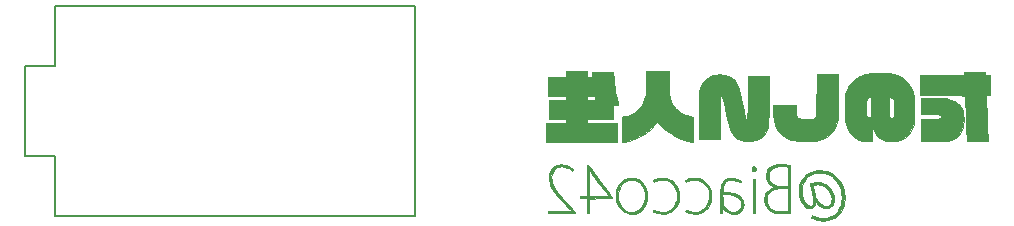
<source format=gbo>
G04 #@! TF.FileFunction,Legend,Bot*
%FSLAX46Y46*%
G04 Gerber Fmt 4.6, Leading zero omitted, Abs format (unit mm)*
G04 Created by KiCad (PCBNEW 4.0.7-e2-6376~58~ubuntu16.04.1) date Fri Dec 22 02:34:49 2017*
%MOMM*%
%LPD*%
G01*
G04 APERTURE LIST*
%ADD10C,0.100000*%
%ADD11C,0.150000*%
%ADD12C,0.010000*%
%ADD13R,1.350000X1.350000*%
%ADD14R,2.000000X2.000000*%
%ADD15O,2.000000X2.000000*%
%ADD16C,2.300000*%
%ADD17C,1.600000*%
%ADD18C,3.000000*%
%ADD19C,2.400000*%
%ADD20C,4.387800*%
%ADD21C,2.101800*%
%ADD22C,1.924000*%
%ADD23C,2.000000*%
G04 APERTURE END LIST*
D10*
D11*
X113030000Y-95250000D02*
X113030000Y-113030000D01*
X113030000Y-113030000D02*
X82550000Y-113030000D01*
X82550000Y-113030000D02*
X82550000Y-107950000D01*
X82550000Y-107950000D02*
X80010000Y-107950000D01*
X80010000Y-107950000D02*
X80010000Y-100330000D01*
X80010000Y-100330000D02*
X82550000Y-100330000D01*
X82550000Y-100330000D02*
X82550000Y-95250000D01*
X82550000Y-95250000D02*
X113030000Y-95250000D01*
D12*
G36*
X147024471Y-109156566D02*
X146870563Y-109173381D01*
X146801416Y-109186363D01*
X146558819Y-109257526D01*
X146343513Y-109356786D01*
X146147969Y-109488165D01*
X146011644Y-109608351D01*
X145845238Y-109799735D01*
X145711636Y-110016420D01*
X145611614Y-110256025D01*
X145545952Y-110516164D01*
X145515427Y-110794454D01*
X145520818Y-111088512D01*
X145522362Y-111107321D01*
X145545412Y-111299575D01*
X145581169Y-111465766D01*
X145633680Y-111621269D01*
X145691706Y-111750829D01*
X145800793Y-111936449D01*
X145929509Y-112091365D01*
X146074528Y-112213100D01*
X146232524Y-112299177D01*
X146400172Y-112347119D01*
X146505090Y-112356568D01*
X146642918Y-112342001D01*
X146755390Y-112293776D01*
X146841611Y-112212787D01*
X146900684Y-112099927D01*
X146931716Y-111956089D01*
X146934151Y-111928433D01*
X146944590Y-111782533D01*
X147007843Y-111871808D01*
X147150635Y-112046880D01*
X147303262Y-112181615D01*
X147468030Y-112277336D01*
X147647245Y-112335363D01*
X147843212Y-112357019D01*
X147854513Y-112357181D01*
X148017319Y-112340334D01*
X148160081Y-112288677D01*
X148281172Y-112205513D01*
X148378969Y-112094148D01*
X148451848Y-111957886D01*
X148498182Y-111800032D01*
X148516348Y-111623891D01*
X148514327Y-111590667D01*
X148297233Y-111590667D01*
X148289653Y-111743466D01*
X148260766Y-111866828D01*
X148208240Y-111969161D01*
X148182935Y-112002667D01*
X148080782Y-112095414D01*
X147959440Y-112152663D01*
X147824049Y-112173563D01*
X147679745Y-112157261D01*
X147543578Y-112108696D01*
X147415572Y-112029623D01*
X147286998Y-111917224D01*
X147164828Y-111779831D01*
X147056032Y-111625774D01*
X146967582Y-111463386D01*
X146931482Y-111377180D01*
X146910306Y-111312025D01*
X146885044Y-111221248D01*
X146857220Y-111111857D01*
X146828354Y-110990861D01*
X146799968Y-110865269D01*
X146773584Y-110742091D01*
X146750724Y-110628334D01*
X146732910Y-110531009D01*
X146721664Y-110457124D01*
X146718507Y-110413687D01*
X146720507Y-110405512D01*
X146762996Y-110385073D01*
X146836494Y-110366616D01*
X146929678Y-110352083D01*
X147031222Y-110343413D01*
X147092092Y-110341834D01*
X147303231Y-110359813D01*
X147498300Y-110414774D01*
X147680824Y-110508247D01*
X147854327Y-110641764D01*
X147914588Y-110699255D01*
X148067912Y-110880996D01*
X148182821Y-111079433D01*
X148258560Y-111292807D01*
X148294373Y-111519357D01*
X148297233Y-111590667D01*
X148514327Y-111590667D01*
X148504721Y-111432768D01*
X148461676Y-111229967D01*
X148441214Y-111163786D01*
X148349124Y-110951187D01*
X148221214Y-110752043D01*
X148063482Y-110573238D01*
X147881929Y-110421656D01*
X147698959Y-110312132D01*
X147511210Y-110230838D01*
X147333753Y-110180250D01*
X147151531Y-110157167D01*
X146970620Y-110157282D01*
X146856501Y-110166441D01*
X146744205Y-110181936D01*
X146642108Y-110201901D01*
X146558587Y-110224470D01*
X146502015Y-110247775D01*
X146481556Y-110266268D01*
X146483426Y-110292221D01*
X146493086Y-110354280D01*
X146509550Y-110447138D01*
X146531837Y-110565485D01*
X146558962Y-110704013D01*
X146589942Y-110857415D01*
X146601549Y-110913808D01*
X146650497Y-111157766D01*
X146688270Y-111364612D01*
X146714912Y-111538057D01*
X146730467Y-111681808D01*
X146734977Y-111799575D01*
X146728486Y-111895066D01*
X146711038Y-111971991D01*
X146682676Y-112034058D01*
X146643443Y-112084976D01*
X146615592Y-112110973D01*
X146568397Y-112145148D01*
X146523459Y-112158610D01*
X146460898Y-112156473D01*
X146445503Y-112154740D01*
X146308437Y-112117414D01*
X146181106Y-112039630D01*
X146064672Y-111922384D01*
X145960296Y-111766676D01*
X145932241Y-111714059D01*
X145840531Y-111487812D01*
X145783666Y-111243847D01*
X145761579Y-110988397D01*
X145774207Y-110727692D01*
X145821486Y-110467963D01*
X145903350Y-110215442D01*
X145948847Y-110111306D01*
X146044251Y-109948084D01*
X146168665Y-109793225D01*
X146312527Y-109656507D01*
X146466271Y-109547708D01*
X146536833Y-109510129D01*
X146667402Y-109452088D01*
X146784449Y-109410585D01*
X146900094Y-109383166D01*
X147026456Y-109367377D01*
X147175654Y-109360767D01*
X147277666Y-109360172D01*
X147406528Y-109361510D01*
X147504650Y-109365390D01*
X147583611Y-109373166D01*
X147654987Y-109386191D01*
X147730356Y-109405822D01*
X147771008Y-109417884D01*
X147870666Y-109450736D01*
X147969836Y-109487705D01*
X148050764Y-109522068D01*
X148067341Y-109530107D01*
X148303330Y-109672626D01*
X148514056Y-109847224D01*
X148697907Y-110050865D01*
X148853269Y-110280516D01*
X148978529Y-110533144D01*
X149072075Y-110805716D01*
X149132293Y-111095197D01*
X149157571Y-111398554D01*
X149155702Y-111577080D01*
X149125375Y-111860678D01*
X149061019Y-112122741D01*
X148963697Y-112361518D01*
X148834468Y-112575261D01*
X148674393Y-112762221D01*
X148484534Y-112920648D01*
X148265950Y-113048795D01*
X148261916Y-113050738D01*
X148060901Y-113131108D01*
X147854673Y-113179513D01*
X147630423Y-113198741D01*
X147579001Y-113199334D01*
X147293867Y-113181084D01*
X147028530Y-113126544D01*
X146784409Y-113036024D01*
X146743912Y-113016475D01*
X146685833Y-112988363D01*
X146644696Y-112970235D01*
X146633071Y-112966500D01*
X146619032Y-112983935D01*
X146597919Y-113025924D01*
X146576433Y-113076992D01*
X146561280Y-113121666D01*
X146558000Y-113139796D01*
X146576805Y-113160550D01*
X146627663Y-113190446D01*
X146702234Y-113225943D01*
X146792182Y-113263503D01*
X146889169Y-113299588D01*
X146984856Y-113330658D01*
X147048688Y-113348042D01*
X147188120Y-113374092D01*
X147352065Y-113392142D01*
X147526874Y-113401721D01*
X147698897Y-113402360D01*
X147854484Y-113393588D01*
X147958503Y-113379373D01*
X148223229Y-113308593D01*
X148468279Y-113201652D01*
X148690900Y-113060354D01*
X148888337Y-112886503D01*
X149057836Y-112681905D01*
X149086054Y-112640611D01*
X149200490Y-112449375D01*
X149286592Y-112260367D01*
X149346954Y-112064283D01*
X149384168Y-111851819D01*
X149400828Y-111613672D01*
X149402320Y-111506000D01*
X149397448Y-111288764D01*
X149381313Y-111099453D01*
X149351829Y-110924667D01*
X149306911Y-110751006D01*
X149264761Y-110621765D01*
X149144493Y-110336272D01*
X148993018Y-110076014D01*
X148812686Y-109843133D01*
X148605850Y-109639770D01*
X148374859Y-109468067D01*
X148122066Y-109330166D01*
X147849820Y-109228207D01*
X147690416Y-109187752D01*
X147544917Y-109165233D01*
X147375915Y-109152514D01*
X147197678Y-109149618D01*
X147024471Y-109156566D01*
X147024471Y-109156566D01*
G37*
X147024471Y-109156566D02*
X146870563Y-109173381D01*
X146801416Y-109186363D01*
X146558819Y-109257526D01*
X146343513Y-109356786D01*
X146147969Y-109488165D01*
X146011644Y-109608351D01*
X145845238Y-109799735D01*
X145711636Y-110016420D01*
X145611614Y-110256025D01*
X145545952Y-110516164D01*
X145515427Y-110794454D01*
X145520818Y-111088512D01*
X145522362Y-111107321D01*
X145545412Y-111299575D01*
X145581169Y-111465766D01*
X145633680Y-111621269D01*
X145691706Y-111750829D01*
X145800793Y-111936449D01*
X145929509Y-112091365D01*
X146074528Y-112213100D01*
X146232524Y-112299177D01*
X146400172Y-112347119D01*
X146505090Y-112356568D01*
X146642918Y-112342001D01*
X146755390Y-112293776D01*
X146841611Y-112212787D01*
X146900684Y-112099927D01*
X146931716Y-111956089D01*
X146934151Y-111928433D01*
X146944590Y-111782533D01*
X147007843Y-111871808D01*
X147150635Y-112046880D01*
X147303262Y-112181615D01*
X147468030Y-112277336D01*
X147647245Y-112335363D01*
X147843212Y-112357019D01*
X147854513Y-112357181D01*
X148017319Y-112340334D01*
X148160081Y-112288677D01*
X148281172Y-112205513D01*
X148378969Y-112094148D01*
X148451848Y-111957886D01*
X148498182Y-111800032D01*
X148516348Y-111623891D01*
X148514327Y-111590667D01*
X148297233Y-111590667D01*
X148289653Y-111743466D01*
X148260766Y-111866828D01*
X148208240Y-111969161D01*
X148182935Y-112002667D01*
X148080782Y-112095414D01*
X147959440Y-112152663D01*
X147824049Y-112173563D01*
X147679745Y-112157261D01*
X147543578Y-112108696D01*
X147415572Y-112029623D01*
X147286998Y-111917224D01*
X147164828Y-111779831D01*
X147056032Y-111625774D01*
X146967582Y-111463386D01*
X146931482Y-111377180D01*
X146910306Y-111312025D01*
X146885044Y-111221248D01*
X146857220Y-111111857D01*
X146828354Y-110990861D01*
X146799968Y-110865269D01*
X146773584Y-110742091D01*
X146750724Y-110628334D01*
X146732910Y-110531009D01*
X146721664Y-110457124D01*
X146718507Y-110413687D01*
X146720507Y-110405512D01*
X146762996Y-110385073D01*
X146836494Y-110366616D01*
X146929678Y-110352083D01*
X147031222Y-110343413D01*
X147092092Y-110341834D01*
X147303231Y-110359813D01*
X147498300Y-110414774D01*
X147680824Y-110508247D01*
X147854327Y-110641764D01*
X147914588Y-110699255D01*
X148067912Y-110880996D01*
X148182821Y-111079433D01*
X148258560Y-111292807D01*
X148294373Y-111519357D01*
X148297233Y-111590667D01*
X148514327Y-111590667D01*
X148504721Y-111432768D01*
X148461676Y-111229967D01*
X148441214Y-111163786D01*
X148349124Y-110951187D01*
X148221214Y-110752043D01*
X148063482Y-110573238D01*
X147881929Y-110421656D01*
X147698959Y-110312132D01*
X147511210Y-110230838D01*
X147333753Y-110180250D01*
X147151531Y-110157167D01*
X146970620Y-110157282D01*
X146856501Y-110166441D01*
X146744205Y-110181936D01*
X146642108Y-110201901D01*
X146558587Y-110224470D01*
X146502015Y-110247775D01*
X146481556Y-110266268D01*
X146483426Y-110292221D01*
X146493086Y-110354280D01*
X146509550Y-110447138D01*
X146531837Y-110565485D01*
X146558962Y-110704013D01*
X146589942Y-110857415D01*
X146601549Y-110913808D01*
X146650497Y-111157766D01*
X146688270Y-111364612D01*
X146714912Y-111538057D01*
X146730467Y-111681808D01*
X146734977Y-111799575D01*
X146728486Y-111895066D01*
X146711038Y-111971991D01*
X146682676Y-112034058D01*
X146643443Y-112084976D01*
X146615592Y-112110973D01*
X146568397Y-112145148D01*
X146523459Y-112158610D01*
X146460898Y-112156473D01*
X146445503Y-112154740D01*
X146308437Y-112117414D01*
X146181106Y-112039630D01*
X146064672Y-111922384D01*
X145960296Y-111766676D01*
X145932241Y-111714059D01*
X145840531Y-111487812D01*
X145783666Y-111243847D01*
X145761579Y-110988397D01*
X145774207Y-110727692D01*
X145821486Y-110467963D01*
X145903350Y-110215442D01*
X145948847Y-110111306D01*
X146044251Y-109948084D01*
X146168665Y-109793225D01*
X146312527Y-109656507D01*
X146466271Y-109547708D01*
X146536833Y-109510129D01*
X146667402Y-109452088D01*
X146784449Y-109410585D01*
X146900094Y-109383166D01*
X147026456Y-109367377D01*
X147175654Y-109360767D01*
X147277666Y-109360172D01*
X147406528Y-109361510D01*
X147504650Y-109365390D01*
X147583611Y-109373166D01*
X147654987Y-109386191D01*
X147730356Y-109405822D01*
X147771008Y-109417884D01*
X147870666Y-109450736D01*
X147969836Y-109487705D01*
X148050764Y-109522068D01*
X148067341Y-109530107D01*
X148303330Y-109672626D01*
X148514056Y-109847224D01*
X148697907Y-110050865D01*
X148853269Y-110280516D01*
X148978529Y-110533144D01*
X149072075Y-110805716D01*
X149132293Y-111095197D01*
X149157571Y-111398554D01*
X149155702Y-111577080D01*
X149125375Y-111860678D01*
X149061019Y-112122741D01*
X148963697Y-112361518D01*
X148834468Y-112575261D01*
X148674393Y-112762221D01*
X148484534Y-112920648D01*
X148265950Y-113048795D01*
X148261916Y-113050738D01*
X148060901Y-113131108D01*
X147854673Y-113179513D01*
X147630423Y-113198741D01*
X147579001Y-113199334D01*
X147293867Y-113181084D01*
X147028530Y-113126544D01*
X146784409Y-113036024D01*
X146743912Y-113016475D01*
X146685833Y-112988363D01*
X146644696Y-112970235D01*
X146633071Y-112966500D01*
X146619032Y-112983935D01*
X146597919Y-113025924D01*
X146576433Y-113076992D01*
X146561280Y-113121666D01*
X146558000Y-113139796D01*
X146576805Y-113160550D01*
X146627663Y-113190446D01*
X146702234Y-113225943D01*
X146792182Y-113263503D01*
X146889169Y-113299588D01*
X146984856Y-113330658D01*
X147048688Y-113348042D01*
X147188120Y-113374092D01*
X147352065Y-113392142D01*
X147526874Y-113401721D01*
X147698897Y-113402360D01*
X147854484Y-113393588D01*
X147958503Y-113379373D01*
X148223229Y-113308593D01*
X148468279Y-113201652D01*
X148690900Y-113060354D01*
X148888337Y-112886503D01*
X149057836Y-112681905D01*
X149086054Y-112640611D01*
X149200490Y-112449375D01*
X149286592Y-112260367D01*
X149346954Y-112064283D01*
X149384168Y-111851819D01*
X149400828Y-111613672D01*
X149402320Y-111506000D01*
X149397448Y-111288764D01*
X149381313Y-111099453D01*
X149351829Y-110924667D01*
X149306911Y-110751006D01*
X149264761Y-110621765D01*
X149144493Y-110336272D01*
X148993018Y-110076014D01*
X148812686Y-109843133D01*
X148605850Y-109639770D01*
X148374859Y-109468067D01*
X148122066Y-109330166D01*
X147849820Y-109228207D01*
X147690416Y-109187752D01*
X147544917Y-109165233D01*
X147375915Y-109152514D01*
X147197678Y-109149618D01*
X147024471Y-109156566D01*
G36*
X139672016Y-109793556D02*
X139486033Y-109830849D01*
X139319929Y-109902029D01*
X139177839Y-110004385D01*
X139063898Y-110135201D01*
X139009869Y-110228047D01*
X138983853Y-110282086D01*
X138961877Y-110331762D01*
X138943534Y-110381155D01*
X138928418Y-110434345D01*
X138916120Y-110495412D01*
X138906235Y-110568436D01*
X138898356Y-110657497D01*
X138892075Y-110766674D01*
X138886987Y-110900049D01*
X138882683Y-111061701D01*
X138878758Y-111255709D01*
X138874804Y-111486154D01*
X138872932Y-111601250D01*
X138869302Y-111809192D01*
X138865346Y-112006068D01*
X138861190Y-112187460D01*
X138856959Y-112348945D01*
X138852778Y-112486102D01*
X138848772Y-112594513D01*
X138845067Y-112669754D01*
X138841787Y-112707406D01*
X138841570Y-112708553D01*
X138826967Y-112778688D01*
X138919525Y-112772053D01*
X139012083Y-112765417D01*
X139033250Y-112549069D01*
X139054416Y-112332722D01*
X139158982Y-112451590D01*
X139310808Y-112593040D01*
X139487429Y-112704010D01*
X139681967Y-112782105D01*
X139887543Y-112824933D01*
X140097278Y-112830098D01*
X140208000Y-112816707D01*
X140371789Y-112768346D01*
X140521630Y-112685775D01*
X140650397Y-112574764D01*
X140750961Y-112441082D01*
X140800904Y-112336721D01*
X140823125Y-112269100D01*
X140835974Y-112203464D01*
X140841069Y-112125814D01*
X140840028Y-112022154D01*
X140839440Y-112003417D01*
X140836435Y-111940854D01*
X140648713Y-111940854D01*
X140646617Y-112094710D01*
X140615846Y-112243827D01*
X140558742Y-112378801D01*
X140477647Y-112490225D01*
X140436495Y-112528142D01*
X140309349Y-112604700D01*
X140158744Y-112651810D01*
X139992851Y-112668162D01*
X139819839Y-112652445D01*
X139753657Y-112637720D01*
X139569812Y-112568673D01*
X139407472Y-112464187D01*
X139269965Y-112327057D01*
X139160619Y-112160079D01*
X139143347Y-112125306D01*
X139075583Y-111982250D01*
X139068297Y-111571760D01*
X139061011Y-111161269D01*
X139354047Y-111172911D01*
X139637718Y-111195631D01*
X139888605Y-111239762D01*
X140105263Y-111304969D01*
X140282866Y-111388923D01*
X140388524Y-111466711D01*
X140486752Y-111567590D01*
X140566984Y-111678927D01*
X140618651Y-111788093D01*
X140619796Y-111791665D01*
X140648713Y-111940854D01*
X140836435Y-111940854D01*
X140834386Y-111898227D01*
X140825356Y-111820518D01*
X140809216Y-111755442D01*
X140782832Y-111688155D01*
X140764487Y-111648340D01*
X140665241Y-111487810D01*
X140530856Y-111350246D01*
X140362457Y-111236775D01*
X140343073Y-111226422D01*
X140174280Y-111148576D01*
X139997625Y-111088912D01*
X139804621Y-111045477D01*
X139586782Y-111016319D01*
X139361333Y-111000619D01*
X139075583Y-110987417D01*
X139077570Y-110817770D01*
X139090880Y-110627064D01*
X139127894Y-110460632D01*
X139191508Y-110305883D01*
X139198362Y-110292621D01*
X139286292Y-110163758D01*
X139399808Y-110065553D01*
X139541396Y-109996480D01*
X139713540Y-109955014D01*
X139758024Y-109949187D01*
X139899523Y-109947782D01*
X140060047Y-109970502D01*
X140226004Y-110014486D01*
X140383798Y-110076873D01*
X140398500Y-110083961D01*
X140472663Y-110120370D01*
X140531416Y-110149193D01*
X140565067Y-110165678D01*
X140569016Y-110167603D01*
X140584607Y-110154338D01*
X140608648Y-110114312D01*
X140615368Y-110100764D01*
X140649953Y-110028239D01*
X140508351Y-109954809D01*
X140285894Y-109858659D01*
X140063192Y-109802555D01*
X139832166Y-109784938D01*
X139672016Y-109793556D01*
X139672016Y-109793556D01*
G37*
X139672016Y-109793556D02*
X139486033Y-109830849D01*
X139319929Y-109902029D01*
X139177839Y-110004385D01*
X139063898Y-110135201D01*
X139009869Y-110228047D01*
X138983853Y-110282086D01*
X138961877Y-110331762D01*
X138943534Y-110381155D01*
X138928418Y-110434345D01*
X138916120Y-110495412D01*
X138906235Y-110568436D01*
X138898356Y-110657497D01*
X138892075Y-110766674D01*
X138886987Y-110900049D01*
X138882683Y-111061701D01*
X138878758Y-111255709D01*
X138874804Y-111486154D01*
X138872932Y-111601250D01*
X138869302Y-111809192D01*
X138865346Y-112006068D01*
X138861190Y-112187460D01*
X138856959Y-112348945D01*
X138852778Y-112486102D01*
X138848772Y-112594513D01*
X138845067Y-112669754D01*
X138841787Y-112707406D01*
X138841570Y-112708553D01*
X138826967Y-112778688D01*
X138919525Y-112772053D01*
X139012083Y-112765417D01*
X139033250Y-112549069D01*
X139054416Y-112332722D01*
X139158982Y-112451590D01*
X139310808Y-112593040D01*
X139487429Y-112704010D01*
X139681967Y-112782105D01*
X139887543Y-112824933D01*
X140097278Y-112830098D01*
X140208000Y-112816707D01*
X140371789Y-112768346D01*
X140521630Y-112685775D01*
X140650397Y-112574764D01*
X140750961Y-112441082D01*
X140800904Y-112336721D01*
X140823125Y-112269100D01*
X140835974Y-112203464D01*
X140841069Y-112125814D01*
X140840028Y-112022154D01*
X140839440Y-112003417D01*
X140836435Y-111940854D01*
X140648713Y-111940854D01*
X140646617Y-112094710D01*
X140615846Y-112243827D01*
X140558742Y-112378801D01*
X140477647Y-112490225D01*
X140436495Y-112528142D01*
X140309349Y-112604700D01*
X140158744Y-112651810D01*
X139992851Y-112668162D01*
X139819839Y-112652445D01*
X139753657Y-112637720D01*
X139569812Y-112568673D01*
X139407472Y-112464187D01*
X139269965Y-112327057D01*
X139160619Y-112160079D01*
X139143347Y-112125306D01*
X139075583Y-111982250D01*
X139068297Y-111571760D01*
X139061011Y-111161269D01*
X139354047Y-111172911D01*
X139637718Y-111195631D01*
X139888605Y-111239762D01*
X140105263Y-111304969D01*
X140282866Y-111388923D01*
X140388524Y-111466711D01*
X140486752Y-111567590D01*
X140566984Y-111678927D01*
X140618651Y-111788093D01*
X140619796Y-111791665D01*
X140648713Y-111940854D01*
X140836435Y-111940854D01*
X140834386Y-111898227D01*
X140825356Y-111820518D01*
X140809216Y-111755442D01*
X140782832Y-111688155D01*
X140764487Y-111648340D01*
X140665241Y-111487810D01*
X140530856Y-111350246D01*
X140362457Y-111236775D01*
X140343073Y-111226422D01*
X140174280Y-111148576D01*
X139997625Y-111088912D01*
X139804621Y-111045477D01*
X139586782Y-111016319D01*
X139361333Y-111000619D01*
X139075583Y-110987417D01*
X139077570Y-110817770D01*
X139090880Y-110627064D01*
X139127894Y-110460632D01*
X139191508Y-110305883D01*
X139198362Y-110292621D01*
X139286292Y-110163758D01*
X139399808Y-110065553D01*
X139541396Y-109996480D01*
X139713540Y-109955014D01*
X139758024Y-109949187D01*
X139899523Y-109947782D01*
X140060047Y-109970502D01*
X140226004Y-110014486D01*
X140383798Y-110076873D01*
X140398500Y-110083961D01*
X140472663Y-110120370D01*
X140531416Y-110149193D01*
X140565067Y-110165678D01*
X140569016Y-110167603D01*
X140584607Y-110154338D01*
X140608648Y-110114312D01*
X140615368Y-110100764D01*
X140649953Y-110028239D01*
X140508351Y-109954809D01*
X140285894Y-109858659D01*
X140063192Y-109802555D01*
X139832166Y-109784938D01*
X139672016Y-109793556D01*
G36*
X131255148Y-109789003D02*
X131120047Y-109798684D01*
X131031867Y-109812044D01*
X130824572Y-109874959D01*
X130633511Y-109974956D01*
X130461872Y-110108843D01*
X130312841Y-110273431D01*
X130189607Y-110465528D01*
X130095356Y-110681944D01*
X130065002Y-110779973D01*
X130046631Y-110854379D01*
X130033833Y-110927965D01*
X130025695Y-111010884D01*
X130021302Y-111113287D01*
X130019743Y-111245325D01*
X130019689Y-111283750D01*
X130023203Y-111470494D01*
X130035168Y-111625954D01*
X130057721Y-111760703D01*
X130092996Y-111885317D01*
X130143130Y-112010372D01*
X130183371Y-112094273D01*
X130306148Y-112292873D01*
X130458286Y-112463861D01*
X130635267Y-112605016D01*
X130832576Y-112714112D01*
X131045697Y-112788926D01*
X131270112Y-112827234D01*
X131501307Y-112826813D01*
X131633894Y-112808485D01*
X131841352Y-112748280D01*
X132036039Y-112650591D01*
X132212561Y-112519621D01*
X132365523Y-112359573D01*
X132489531Y-112174648D01*
X132517917Y-112119834D01*
X132578038Y-111987975D01*
X132621935Y-111868496D01*
X132651860Y-111750247D01*
X132670065Y-111622081D01*
X132678804Y-111472850D01*
X132680185Y-111341111D01*
X132493141Y-111341111D01*
X132465557Y-111595869D01*
X132407042Y-111818024D01*
X132318203Y-112028796D01*
X132203761Y-112213595D01*
X132067236Y-112370175D01*
X131912149Y-112496295D01*
X131742022Y-112589710D01*
X131560377Y-112648177D01*
X131370734Y-112669452D01*
X131176616Y-112651291D01*
X131119691Y-112638250D01*
X130917053Y-112564101D01*
X130733285Y-112453692D01*
X130572474Y-112310432D01*
X130438710Y-112137732D01*
X130368475Y-112011866D01*
X130296393Y-111845303D01*
X130248457Y-111688115D01*
X130221305Y-111524935D01*
X130211571Y-111340393D01*
X130211438Y-111294334D01*
X130228822Y-111045580D01*
X130277026Y-110815934D01*
X130353578Y-110607763D01*
X130456006Y-110423436D01*
X130581838Y-110265321D01*
X130728602Y-110135788D01*
X130893826Y-110037204D01*
X131075039Y-109971938D01*
X131269769Y-109942358D01*
X131475543Y-109950834D01*
X131591197Y-109972259D01*
X131789252Y-110039965D01*
X131966807Y-110144047D01*
X132121766Y-110282755D01*
X132252037Y-110454344D01*
X132322316Y-110582337D01*
X132421494Y-110833943D01*
X132478445Y-111087002D01*
X132493141Y-111341111D01*
X132680185Y-111341111D01*
X132680454Y-111315500D01*
X132679244Y-111183467D01*
X132675917Y-111083049D01*
X132669271Y-111003541D01*
X132658107Y-110934235D01*
X132641224Y-110864423D01*
X132622788Y-110800992D01*
X132571454Y-110647381D01*
X132516357Y-110519885D01*
X132449535Y-110402492D01*
X132363826Y-110280258D01*
X132226681Y-110129935D01*
X132059374Y-109999093D01*
X131872051Y-109894273D01*
X131674859Y-109822016D01*
X131639088Y-109812971D01*
X131530891Y-109796171D01*
X131397503Y-109788174D01*
X131255148Y-109789003D01*
X131255148Y-109789003D01*
G37*
X131255148Y-109789003D02*
X131120047Y-109798684D01*
X131031867Y-109812044D01*
X130824572Y-109874959D01*
X130633511Y-109974956D01*
X130461872Y-110108843D01*
X130312841Y-110273431D01*
X130189607Y-110465528D01*
X130095356Y-110681944D01*
X130065002Y-110779973D01*
X130046631Y-110854379D01*
X130033833Y-110927965D01*
X130025695Y-111010884D01*
X130021302Y-111113287D01*
X130019743Y-111245325D01*
X130019689Y-111283750D01*
X130023203Y-111470494D01*
X130035168Y-111625954D01*
X130057721Y-111760703D01*
X130092996Y-111885317D01*
X130143130Y-112010372D01*
X130183371Y-112094273D01*
X130306148Y-112292873D01*
X130458286Y-112463861D01*
X130635267Y-112605016D01*
X130832576Y-112714112D01*
X131045697Y-112788926D01*
X131270112Y-112827234D01*
X131501307Y-112826813D01*
X131633894Y-112808485D01*
X131841352Y-112748280D01*
X132036039Y-112650591D01*
X132212561Y-112519621D01*
X132365523Y-112359573D01*
X132489531Y-112174648D01*
X132517917Y-112119834D01*
X132578038Y-111987975D01*
X132621935Y-111868496D01*
X132651860Y-111750247D01*
X132670065Y-111622081D01*
X132678804Y-111472850D01*
X132680185Y-111341111D01*
X132493141Y-111341111D01*
X132465557Y-111595869D01*
X132407042Y-111818024D01*
X132318203Y-112028796D01*
X132203761Y-112213595D01*
X132067236Y-112370175D01*
X131912149Y-112496295D01*
X131742022Y-112589710D01*
X131560377Y-112648177D01*
X131370734Y-112669452D01*
X131176616Y-112651291D01*
X131119691Y-112638250D01*
X130917053Y-112564101D01*
X130733285Y-112453692D01*
X130572474Y-112310432D01*
X130438710Y-112137732D01*
X130368475Y-112011866D01*
X130296393Y-111845303D01*
X130248457Y-111688115D01*
X130221305Y-111524935D01*
X130211571Y-111340393D01*
X130211438Y-111294334D01*
X130228822Y-111045580D01*
X130277026Y-110815934D01*
X130353578Y-110607763D01*
X130456006Y-110423436D01*
X130581838Y-110265321D01*
X130728602Y-110135788D01*
X130893826Y-110037204D01*
X131075039Y-109971938D01*
X131269769Y-109942358D01*
X131475543Y-109950834D01*
X131591197Y-109972259D01*
X131789252Y-110039965D01*
X131966807Y-110144047D01*
X132121766Y-110282755D01*
X132252037Y-110454344D01*
X132322316Y-110582337D01*
X132421494Y-110833943D01*
X132478445Y-111087002D01*
X132493141Y-111341111D01*
X132680185Y-111341111D01*
X132680454Y-111315500D01*
X132679244Y-111183467D01*
X132675917Y-111083049D01*
X132669271Y-111003541D01*
X132658107Y-110934235D01*
X132641224Y-110864423D01*
X132622788Y-110800992D01*
X132571454Y-110647381D01*
X132516357Y-110519885D01*
X132449535Y-110402492D01*
X132363826Y-110280258D01*
X132226681Y-110129935D01*
X132059374Y-109999093D01*
X131872051Y-109894273D01*
X131674859Y-109822016D01*
X131639088Y-109812971D01*
X131530891Y-109796171D01*
X131397503Y-109788174D01*
X131255148Y-109789003D01*
G36*
X136465227Y-109798249D02*
X136266124Y-109828971D01*
X136088269Y-109879326D01*
X136041316Y-109897997D01*
X135958519Y-109937856D01*
X135912362Y-109972322D01*
X135898382Y-110006143D01*
X135908989Y-110038855D01*
X135937042Y-110085584D01*
X135961607Y-110109685D01*
X135993539Y-110112565D01*
X136043694Y-110095631D01*
X136112116Y-110065190D01*
X136337027Y-109984850D01*
X136564898Y-109945779D01*
X136792911Y-109948252D01*
X136975784Y-109980901D01*
X137148264Y-110034223D01*
X137292404Y-110101405D01*
X137421715Y-110189936D01*
X137531422Y-110288917D01*
X137682961Y-110466740D01*
X137797884Y-110663659D01*
X137876754Y-110881119D01*
X137920130Y-111120564D01*
X137929706Y-111315500D01*
X137914620Y-111567013D01*
X137868911Y-111791591D01*
X137791213Y-111992896D01*
X137680161Y-112174589D01*
X137554921Y-112319991D01*
X137384145Y-112464336D01*
X137196594Y-112570335D01*
X136993924Y-112637749D01*
X136777793Y-112666341D01*
X136549857Y-112655875D01*
X136311774Y-112606112D01*
X136094081Y-112529166D01*
X136029351Y-112503317D01*
X135982473Y-112487008D01*
X135964481Y-112483725D01*
X135952107Y-112505086D01*
X135929022Y-112549027D01*
X135924835Y-112557230D01*
X135890786Y-112624210D01*
X136043851Y-112687742D01*
X136147691Y-112725798D01*
X136265767Y-112761667D01*
X136360066Y-112784803D01*
X136481965Y-112802785D01*
X136626139Y-112813077D01*
X136778913Y-112815677D01*
X136926611Y-112810585D01*
X137055561Y-112797800D01*
X137124940Y-112784861D01*
X137330445Y-112713903D01*
X137522062Y-112606110D01*
X137693980Y-112466199D01*
X137840393Y-112298889D01*
X137954501Y-112110922D01*
X138026818Y-111950235D01*
X138076308Y-111804145D01*
X138107588Y-111655022D01*
X138125277Y-111485232D01*
X138127388Y-111450858D01*
X138124800Y-111180870D01*
X138087014Y-110926685D01*
X138015796Y-110690979D01*
X137912911Y-110476431D01*
X137780123Y-110285719D01*
X137619199Y-110121521D01*
X137431902Y-109986514D01*
X137219998Y-109883376D01*
X137060527Y-109832236D01*
X136875377Y-109799046D01*
X136672627Y-109787996D01*
X136465227Y-109798249D01*
X136465227Y-109798249D01*
G37*
X136465227Y-109798249D02*
X136266124Y-109828971D01*
X136088269Y-109879326D01*
X136041316Y-109897997D01*
X135958519Y-109937856D01*
X135912362Y-109972322D01*
X135898382Y-110006143D01*
X135908989Y-110038855D01*
X135937042Y-110085584D01*
X135961607Y-110109685D01*
X135993539Y-110112565D01*
X136043694Y-110095631D01*
X136112116Y-110065190D01*
X136337027Y-109984850D01*
X136564898Y-109945779D01*
X136792911Y-109948252D01*
X136975784Y-109980901D01*
X137148264Y-110034223D01*
X137292404Y-110101405D01*
X137421715Y-110189936D01*
X137531422Y-110288917D01*
X137682961Y-110466740D01*
X137797884Y-110663659D01*
X137876754Y-110881119D01*
X137920130Y-111120564D01*
X137929706Y-111315500D01*
X137914620Y-111567013D01*
X137868911Y-111791591D01*
X137791213Y-111992896D01*
X137680161Y-112174589D01*
X137554921Y-112319991D01*
X137384145Y-112464336D01*
X137196594Y-112570335D01*
X136993924Y-112637749D01*
X136777793Y-112666341D01*
X136549857Y-112655875D01*
X136311774Y-112606112D01*
X136094081Y-112529166D01*
X136029351Y-112503317D01*
X135982473Y-112487008D01*
X135964481Y-112483725D01*
X135952107Y-112505086D01*
X135929022Y-112549027D01*
X135924835Y-112557230D01*
X135890786Y-112624210D01*
X136043851Y-112687742D01*
X136147691Y-112725798D01*
X136265767Y-112761667D01*
X136360066Y-112784803D01*
X136481965Y-112802785D01*
X136626139Y-112813077D01*
X136778913Y-112815677D01*
X136926611Y-112810585D01*
X137055561Y-112797800D01*
X137124940Y-112784861D01*
X137330445Y-112713903D01*
X137522062Y-112606110D01*
X137693980Y-112466199D01*
X137840393Y-112298889D01*
X137954501Y-112110922D01*
X138026818Y-111950235D01*
X138076308Y-111804145D01*
X138107588Y-111655022D01*
X138125277Y-111485232D01*
X138127388Y-111450858D01*
X138124800Y-111180870D01*
X138087014Y-110926685D01*
X138015796Y-110690979D01*
X137912911Y-110476431D01*
X137780123Y-110285719D01*
X137619199Y-110121521D01*
X137431902Y-109986514D01*
X137219998Y-109883376D01*
X137060527Y-109832236D01*
X136875377Y-109799046D01*
X136672627Y-109787996D01*
X136465227Y-109798249D01*
G36*
X133746594Y-109797570D02*
X133608589Y-109814736D01*
X133561666Y-109824069D01*
X133470259Y-109848843D01*
X133376493Y-109880930D01*
X133289866Y-109916265D01*
X133219874Y-109950787D01*
X133176012Y-109980433D01*
X133166478Y-109993152D01*
X133174167Y-110021580D01*
X133201731Y-110065852D01*
X133210026Y-110076627D01*
X133246349Y-110116094D01*
X133272251Y-110124465D01*
X133292186Y-110113064D01*
X133354075Y-110076133D01*
X133446772Y-110038415D01*
X133558947Y-110003188D01*
X133679271Y-109973730D01*
X133796414Y-109953320D01*
X133868583Y-109946277D01*
X134101143Y-109950483D01*
X134313555Y-109991380D01*
X134508343Y-110069908D01*
X134688032Y-110187008D01*
X134811212Y-110297480D01*
X134950647Y-110456982D01*
X135056728Y-110623429D01*
X135131970Y-110803440D01*
X135178886Y-111003637D01*
X135199990Y-111230639D01*
X135201765Y-111326084D01*
X135200582Y-111452440D01*
X135195760Y-111548880D01*
X135185896Y-111627762D01*
X135169589Y-111701444D01*
X135152514Y-111760000D01*
X135062418Y-111989126D01*
X134945520Y-112186580D01*
X134802700Y-112351505D01*
X134634841Y-112483046D01*
X134442822Y-112580347D01*
X134247730Y-112638435D01*
X134092345Y-112663213D01*
X133942371Y-112668577D01*
X133789693Y-112653265D01*
X133626196Y-112616018D01*
X133443765Y-112555575D01*
X133272056Y-112486846D01*
X133247178Y-112496607D01*
X133217454Y-112534201D01*
X133211361Y-112545209D01*
X133189444Y-112592043D01*
X133188815Y-112618035D01*
X133210026Y-112639252D01*
X133214711Y-112642712D01*
X133251049Y-112661367D01*
X133316900Y-112688234D01*
X133401331Y-112719019D01*
X133455322Y-112737244D01*
X133541551Y-112764206D01*
X133615218Y-112783065D01*
X133688184Y-112795525D01*
X133772310Y-112803288D01*
X133879459Y-112808060D01*
X133963833Y-112810291D01*
X134124867Y-112811631D01*
X134249993Y-112807125D01*
X134345276Y-112796446D01*
X134388937Y-112787375D01*
X134608528Y-112710998D01*
X134808605Y-112599715D01*
X134984779Y-112456996D01*
X135132658Y-112286306D01*
X135233655Y-112120186D01*
X135291877Y-111996165D01*
X135334529Y-111881381D01*
X135363766Y-111765222D01*
X135381739Y-111637073D01*
X135390603Y-111486318D01*
X135392583Y-111336667D01*
X135389735Y-111160117D01*
X135379625Y-111014722D01*
X135359907Y-110889591D01*
X135328235Y-110773833D01*
X135282262Y-110656555D01*
X135219640Y-110526866D01*
X135217006Y-110521750D01*
X135119672Y-110368475D01*
X134991810Y-110219660D01*
X134844504Y-110086054D01*
X134688837Y-109978409D01*
X134618065Y-109940850D01*
X134520553Y-109897586D01*
X134419248Y-109857769D01*
X134332314Y-109828417D01*
X134313083Y-109823044D01*
X134197762Y-109802517D01*
X134055416Y-109791442D01*
X133900282Y-109789799D01*
X133746594Y-109797570D01*
X133746594Y-109797570D01*
G37*
X133746594Y-109797570D02*
X133608589Y-109814736D01*
X133561666Y-109824069D01*
X133470259Y-109848843D01*
X133376493Y-109880930D01*
X133289866Y-109916265D01*
X133219874Y-109950787D01*
X133176012Y-109980433D01*
X133166478Y-109993152D01*
X133174167Y-110021580D01*
X133201731Y-110065852D01*
X133210026Y-110076627D01*
X133246349Y-110116094D01*
X133272251Y-110124465D01*
X133292186Y-110113064D01*
X133354075Y-110076133D01*
X133446772Y-110038415D01*
X133558947Y-110003188D01*
X133679271Y-109973730D01*
X133796414Y-109953320D01*
X133868583Y-109946277D01*
X134101143Y-109950483D01*
X134313555Y-109991380D01*
X134508343Y-110069908D01*
X134688032Y-110187008D01*
X134811212Y-110297480D01*
X134950647Y-110456982D01*
X135056728Y-110623429D01*
X135131970Y-110803440D01*
X135178886Y-111003637D01*
X135199990Y-111230639D01*
X135201765Y-111326084D01*
X135200582Y-111452440D01*
X135195760Y-111548880D01*
X135185896Y-111627762D01*
X135169589Y-111701444D01*
X135152514Y-111760000D01*
X135062418Y-111989126D01*
X134945520Y-112186580D01*
X134802700Y-112351505D01*
X134634841Y-112483046D01*
X134442822Y-112580347D01*
X134247730Y-112638435D01*
X134092345Y-112663213D01*
X133942371Y-112668577D01*
X133789693Y-112653265D01*
X133626196Y-112616018D01*
X133443765Y-112555575D01*
X133272056Y-112486846D01*
X133247178Y-112496607D01*
X133217454Y-112534201D01*
X133211361Y-112545209D01*
X133189444Y-112592043D01*
X133188815Y-112618035D01*
X133210026Y-112639252D01*
X133214711Y-112642712D01*
X133251049Y-112661367D01*
X133316900Y-112688234D01*
X133401331Y-112719019D01*
X133455322Y-112737244D01*
X133541551Y-112764206D01*
X133615218Y-112783065D01*
X133688184Y-112795525D01*
X133772310Y-112803288D01*
X133879459Y-112808060D01*
X133963833Y-112810291D01*
X134124867Y-112811631D01*
X134249993Y-112807125D01*
X134345276Y-112796446D01*
X134388937Y-112787375D01*
X134608528Y-112710998D01*
X134808605Y-112599715D01*
X134984779Y-112456996D01*
X135132658Y-112286306D01*
X135233655Y-112120186D01*
X135291877Y-111996165D01*
X135334529Y-111881381D01*
X135363766Y-111765222D01*
X135381739Y-111637073D01*
X135390603Y-111486318D01*
X135392583Y-111336667D01*
X135389735Y-111160117D01*
X135379625Y-111014722D01*
X135359907Y-110889591D01*
X135328235Y-110773833D01*
X135282262Y-110656555D01*
X135219640Y-110526866D01*
X135217006Y-110521750D01*
X135119672Y-110368475D01*
X134991810Y-110219660D01*
X134844504Y-110086054D01*
X134688837Y-109978409D01*
X134618065Y-109940850D01*
X134520553Y-109897586D01*
X134419248Y-109857769D01*
X134332314Y-109828417D01*
X134313083Y-109823044D01*
X134197762Y-109802517D01*
X134055416Y-109791442D01*
X133900282Y-109789799D01*
X133746594Y-109797570D01*
G36*
X143829539Y-108632390D02*
X143655100Y-108648616D01*
X143502920Y-108677867D01*
X143363501Y-108721912D01*
X143241715Y-108775353D01*
X143079599Y-108872621D01*
X142953544Y-108988785D01*
X142859682Y-109128670D01*
X142794149Y-109297100D01*
X142779972Y-109351625D01*
X142749963Y-109562861D01*
X142760276Y-109764506D01*
X142809382Y-109953341D01*
X142895752Y-110126149D01*
X143017858Y-110279713D01*
X143174170Y-110410815D01*
X143324789Y-110498321D01*
X143467661Y-110567968D01*
X143377705Y-110594547D01*
X143211376Y-110660211D01*
X143051379Y-110754056D01*
X142906673Y-110868949D01*
X142786215Y-110997758D01*
X142698966Y-111133351D01*
X142697736Y-111135848D01*
X142624801Y-111329428D01*
X142588574Y-111531648D01*
X142588076Y-111736026D01*
X142622330Y-111936080D01*
X142690359Y-112125328D01*
X142791185Y-112297287D01*
X142890419Y-112413700D01*
X143017550Y-112522511D01*
X143163284Y-112611892D01*
X143330722Y-112682537D01*
X143522961Y-112735142D01*
X143743102Y-112770400D01*
X143994242Y-112789006D01*
X144279482Y-112791654D01*
X144536583Y-112782634D01*
X144619145Y-112777012D01*
X144695473Y-112769548D01*
X144732375Y-112764510D01*
X144801166Y-112752915D01*
X144801166Y-112584694D01*
X144610666Y-112584694D01*
X144552458Y-112597532D01*
X144502085Y-112609829D01*
X144473083Y-112618596D01*
X144445991Y-112620853D01*
X144383758Y-112622070D01*
X144293564Y-112622231D01*
X144182589Y-112621318D01*
X144070916Y-112619565D01*
X143895306Y-112614475D01*
X143756829Y-112606386D01*
X143650365Y-112594873D01*
X143570792Y-112579511D01*
X143562916Y-112577419D01*
X143349475Y-112501555D01*
X143169573Y-112400814D01*
X143023794Y-112275905D01*
X142912725Y-112127538D01*
X142836950Y-111956423D01*
X142797055Y-111763269D01*
X142790584Y-111640521D01*
X142809248Y-111442035D01*
X142865185Y-111262587D01*
X142957284Y-111103368D01*
X143084431Y-110965570D01*
X143245513Y-110850383D01*
X143439416Y-110758998D01*
X143665027Y-110692608D01*
X143679333Y-110689492D01*
X143771323Y-110676082D01*
X143902164Y-110666539D01*
X144068534Y-110661048D01*
X144213791Y-110659701D01*
X144610666Y-110659334D01*
X144610666Y-112584694D01*
X144801166Y-112584694D01*
X144801166Y-110733884D01*
X144801134Y-110395857D01*
X144801006Y-110097659D01*
X144800737Y-109836789D01*
X144800281Y-109610743D01*
X144799593Y-109417017D01*
X144798627Y-109253109D01*
X144797337Y-109116516D01*
X144795678Y-109004734D01*
X144793603Y-108915260D01*
X144791068Y-108845591D01*
X144790952Y-108843589D01*
X144610666Y-108843589D01*
X144610666Y-110490000D01*
X144203208Y-110489687D01*
X144018289Y-110487872D01*
X143871292Y-110482573D01*
X143757931Y-110473541D01*
X143673919Y-110460525D01*
X143663053Y-110458088D01*
X143478953Y-110395871D01*
X143313203Y-110302495D01*
X143172095Y-110182650D01*
X143061922Y-110041029D01*
X143032055Y-109987623D01*
X143005073Y-109931425D01*
X142987359Y-109882619D01*
X142977009Y-109829842D01*
X142972119Y-109761730D01*
X142970783Y-109666920D01*
X142970810Y-109622167D01*
X142972371Y-109508081D01*
X142977421Y-109425371D01*
X142987430Y-109363128D01*
X143003869Y-109310441D01*
X143016954Y-109279909D01*
X143103806Y-109136158D01*
X143220674Y-109017950D01*
X143368942Y-108924495D01*
X143549996Y-108855004D01*
X143765220Y-108808686D01*
X143865792Y-108795988D01*
X143982468Y-108788916D01*
X144118795Y-108788469D01*
X144261145Y-108793974D01*
X144395892Y-108804758D01*
X144509409Y-108820150D01*
X144556894Y-108830093D01*
X144610666Y-108843589D01*
X144790952Y-108843589D01*
X144788027Y-108793224D01*
X144784433Y-108755656D01*
X144780242Y-108730383D01*
X144775407Y-108714903D01*
X144769883Y-108706713D01*
X144764125Y-108703455D01*
X144677781Y-108683218D01*
X144560056Y-108664506D01*
X144421903Y-108648463D01*
X144274272Y-108636231D01*
X144128114Y-108628954D01*
X144035737Y-108627419D01*
X143829539Y-108632390D01*
X143829539Y-108632390D01*
G37*
X143829539Y-108632390D02*
X143655100Y-108648616D01*
X143502920Y-108677867D01*
X143363501Y-108721912D01*
X143241715Y-108775353D01*
X143079599Y-108872621D01*
X142953544Y-108988785D01*
X142859682Y-109128670D01*
X142794149Y-109297100D01*
X142779972Y-109351625D01*
X142749963Y-109562861D01*
X142760276Y-109764506D01*
X142809382Y-109953341D01*
X142895752Y-110126149D01*
X143017858Y-110279713D01*
X143174170Y-110410815D01*
X143324789Y-110498321D01*
X143467661Y-110567968D01*
X143377705Y-110594547D01*
X143211376Y-110660211D01*
X143051379Y-110754056D01*
X142906673Y-110868949D01*
X142786215Y-110997758D01*
X142698966Y-111133351D01*
X142697736Y-111135848D01*
X142624801Y-111329428D01*
X142588574Y-111531648D01*
X142588076Y-111736026D01*
X142622330Y-111936080D01*
X142690359Y-112125328D01*
X142791185Y-112297287D01*
X142890419Y-112413700D01*
X143017550Y-112522511D01*
X143163284Y-112611892D01*
X143330722Y-112682537D01*
X143522961Y-112735142D01*
X143743102Y-112770400D01*
X143994242Y-112789006D01*
X144279482Y-112791654D01*
X144536583Y-112782634D01*
X144619145Y-112777012D01*
X144695473Y-112769548D01*
X144732375Y-112764510D01*
X144801166Y-112752915D01*
X144801166Y-112584694D01*
X144610666Y-112584694D01*
X144552458Y-112597532D01*
X144502085Y-112609829D01*
X144473083Y-112618596D01*
X144445991Y-112620853D01*
X144383758Y-112622070D01*
X144293564Y-112622231D01*
X144182589Y-112621318D01*
X144070916Y-112619565D01*
X143895306Y-112614475D01*
X143756829Y-112606386D01*
X143650365Y-112594873D01*
X143570792Y-112579511D01*
X143562916Y-112577419D01*
X143349475Y-112501555D01*
X143169573Y-112400814D01*
X143023794Y-112275905D01*
X142912725Y-112127538D01*
X142836950Y-111956423D01*
X142797055Y-111763269D01*
X142790584Y-111640521D01*
X142809248Y-111442035D01*
X142865185Y-111262587D01*
X142957284Y-111103368D01*
X143084431Y-110965570D01*
X143245513Y-110850383D01*
X143439416Y-110758998D01*
X143665027Y-110692608D01*
X143679333Y-110689492D01*
X143771323Y-110676082D01*
X143902164Y-110666539D01*
X144068534Y-110661048D01*
X144213791Y-110659701D01*
X144610666Y-110659334D01*
X144610666Y-112584694D01*
X144801166Y-112584694D01*
X144801166Y-110733884D01*
X144801134Y-110395857D01*
X144801006Y-110097659D01*
X144800737Y-109836789D01*
X144800281Y-109610743D01*
X144799593Y-109417017D01*
X144798627Y-109253109D01*
X144797337Y-109116516D01*
X144795678Y-109004734D01*
X144793603Y-108915260D01*
X144791068Y-108845591D01*
X144790952Y-108843589D01*
X144610666Y-108843589D01*
X144610666Y-110490000D01*
X144203208Y-110489687D01*
X144018289Y-110487872D01*
X143871292Y-110482573D01*
X143757931Y-110473541D01*
X143673919Y-110460525D01*
X143663053Y-110458088D01*
X143478953Y-110395871D01*
X143313203Y-110302495D01*
X143172095Y-110182650D01*
X143061922Y-110041029D01*
X143032055Y-109987623D01*
X143005073Y-109931425D01*
X142987359Y-109882619D01*
X142977009Y-109829842D01*
X142972119Y-109761730D01*
X142970783Y-109666920D01*
X142970810Y-109622167D01*
X142972371Y-109508081D01*
X142977421Y-109425371D01*
X142987430Y-109363128D01*
X143003869Y-109310441D01*
X143016954Y-109279909D01*
X143103806Y-109136158D01*
X143220674Y-109017950D01*
X143368942Y-108924495D01*
X143549996Y-108855004D01*
X143765220Y-108808686D01*
X143865792Y-108795988D01*
X143982468Y-108788916D01*
X144118795Y-108788469D01*
X144261145Y-108793974D01*
X144395892Y-108804758D01*
X144509409Y-108820150D01*
X144556894Y-108830093D01*
X144610666Y-108843589D01*
X144790952Y-108843589D01*
X144788027Y-108793224D01*
X144784433Y-108755656D01*
X144780242Y-108730383D01*
X144775407Y-108714903D01*
X144769883Y-108706713D01*
X144764125Y-108703455D01*
X144677781Y-108683218D01*
X144560056Y-108664506D01*
X144421903Y-108648463D01*
X144274272Y-108636231D01*
X144128114Y-108628954D01*
X144035737Y-108627419D01*
X143829539Y-108632390D01*
G36*
X141605000Y-112776000D02*
X141795500Y-112776000D01*
X141795500Y-109855000D01*
X141605000Y-109855000D01*
X141605000Y-112776000D01*
X141605000Y-112776000D01*
G37*
X141605000Y-112776000D02*
X141795500Y-112776000D01*
X141795500Y-109855000D01*
X141605000Y-109855000D01*
X141605000Y-112776000D01*
G36*
X127592666Y-111357834D02*
X126978833Y-111357834D01*
X126978833Y-111527167D01*
X127592666Y-111527167D01*
X127592666Y-112776000D01*
X127782527Y-112776000D01*
X127788138Y-112156875D01*
X127793750Y-111537750D01*
X128743160Y-111532239D01*
X129692571Y-111526728D01*
X129684196Y-111447572D01*
X129679027Y-111427836D01*
X129665862Y-111399026D01*
X129643157Y-111358967D01*
X129642442Y-111357834D01*
X129434972Y-111357834D01*
X127784592Y-111357834D01*
X127778588Y-110230709D01*
X127777503Y-110016459D01*
X127776594Y-109815295D01*
X127775872Y-109631130D01*
X127775346Y-109467876D01*
X127775026Y-109329448D01*
X127774922Y-109219760D01*
X127775045Y-109142725D01*
X127775405Y-109102257D01*
X127775661Y-109096978D01*
X127787078Y-109111004D01*
X127815451Y-109154096D01*
X127856075Y-109218949D01*
X127889435Y-109273638D01*
X127936234Y-109346107D01*
X128008656Y-109450964D01*
X128106781Y-109588317D01*
X128230688Y-109758274D01*
X128380458Y-109960942D01*
X128556168Y-110196429D01*
X128757898Y-110464841D01*
X128985728Y-110766287D01*
X129173594Y-111013875D01*
X129434972Y-111357834D01*
X129642442Y-111357834D01*
X129609368Y-111305484D01*
X129562952Y-111236404D01*
X129502366Y-111149550D01*
X129426066Y-111042749D01*
X129332508Y-110913826D01*
X129220149Y-110760605D01*
X129087446Y-110580913D01*
X128932855Y-110372574D01*
X128754832Y-110133413D01*
X128685350Y-110040209D01*
X128499728Y-109791514D01*
X128337592Y-109574834D01*
X128197321Y-109388098D01*
X128077292Y-109229238D01*
X127975883Y-109096186D01*
X127891472Y-108986871D01*
X127822435Y-108899226D01*
X127767151Y-108831181D01*
X127723997Y-108780667D01*
X127691350Y-108745616D01*
X127667589Y-108723959D01*
X127651091Y-108713627D01*
X127643773Y-108712000D01*
X127592666Y-108712000D01*
X127592666Y-111357834D01*
X127592666Y-111357834D01*
G37*
X127592666Y-111357834D02*
X126978833Y-111357834D01*
X126978833Y-111527167D01*
X127592666Y-111527167D01*
X127592666Y-112776000D01*
X127782527Y-112776000D01*
X127788138Y-112156875D01*
X127793750Y-111537750D01*
X128743160Y-111532239D01*
X129692571Y-111526728D01*
X129684196Y-111447572D01*
X129679027Y-111427836D01*
X129665862Y-111399026D01*
X129643157Y-111358967D01*
X129642442Y-111357834D01*
X129434972Y-111357834D01*
X127784592Y-111357834D01*
X127778588Y-110230709D01*
X127777503Y-110016459D01*
X127776594Y-109815295D01*
X127775872Y-109631130D01*
X127775346Y-109467876D01*
X127775026Y-109329448D01*
X127774922Y-109219760D01*
X127775045Y-109142725D01*
X127775405Y-109102257D01*
X127775661Y-109096978D01*
X127787078Y-109111004D01*
X127815451Y-109154096D01*
X127856075Y-109218949D01*
X127889435Y-109273638D01*
X127936234Y-109346107D01*
X128008656Y-109450964D01*
X128106781Y-109588317D01*
X128230688Y-109758274D01*
X128380458Y-109960942D01*
X128556168Y-110196429D01*
X128757898Y-110464841D01*
X128985728Y-110766287D01*
X129173594Y-111013875D01*
X129434972Y-111357834D01*
X129642442Y-111357834D01*
X129609368Y-111305484D01*
X129562952Y-111236404D01*
X129502366Y-111149550D01*
X129426066Y-111042749D01*
X129332508Y-110913826D01*
X129220149Y-110760605D01*
X129087446Y-110580913D01*
X128932855Y-110372574D01*
X128754832Y-110133413D01*
X128685350Y-110040209D01*
X128499728Y-109791514D01*
X128337592Y-109574834D01*
X128197321Y-109388098D01*
X128077292Y-109229238D01*
X127975883Y-109096186D01*
X127891472Y-108986871D01*
X127822435Y-108899226D01*
X127767151Y-108831181D01*
X127723997Y-108780667D01*
X127691350Y-108745616D01*
X127667589Y-108723959D01*
X127651091Y-108713627D01*
X127643773Y-108712000D01*
X127592666Y-108712000D01*
X127592666Y-111357834D01*
G36*
X125216686Y-108671404D02*
X125030087Y-108717695D01*
X124861003Y-108792500D01*
X124715409Y-108895028D01*
X124641819Y-108969514D01*
X124522387Y-109140177D01*
X124438479Y-109332091D01*
X124389692Y-109546451D01*
X124375481Y-109762805D01*
X124387277Y-109972497D01*
X124424413Y-110171171D01*
X124489980Y-110371136D01*
X124576702Y-110564084D01*
X124649504Y-110701236D01*
X124732327Y-110839255D01*
X124827871Y-110981492D01*
X124938832Y-111131296D01*
X125067910Y-111292019D01*
X125217803Y-111467011D01*
X125391208Y-111659622D01*
X125590825Y-111873203D01*
X125819351Y-112111104D01*
X125838116Y-112130417D01*
X126290916Y-112596084D01*
X125269625Y-112601578D01*
X124248333Y-112607073D01*
X124248333Y-112776000D01*
X126534333Y-112776000D01*
X126534333Y-112699114D01*
X126533711Y-112679475D01*
X126530270Y-112659935D01*
X126521648Y-112637734D01*
X126505482Y-112610114D01*
X126479409Y-112574314D01*
X126441066Y-112527576D01*
X126388092Y-112467141D01*
X126318124Y-112390248D01*
X126228799Y-112294138D01*
X126117754Y-112176053D01*
X125982628Y-112033233D01*
X125821056Y-111862918D01*
X125793686Y-111834084D01*
X125528638Y-111546956D01*
X125298449Y-111280227D01*
X125102020Y-111031960D01*
X124938248Y-110800220D01*
X124806032Y-110583070D01*
X124704270Y-110378575D01*
X124631861Y-110184797D01*
X124587703Y-109999802D01*
X124570694Y-109821653D01*
X124575017Y-109692210D01*
X124609953Y-109477049D01*
X124673474Y-109289406D01*
X124764509Y-109130971D01*
X124881986Y-109003433D01*
X125024833Y-108908480D01*
X125090732Y-108879265D01*
X125246956Y-108837005D01*
X125422201Y-108820059D01*
X125601263Y-108828826D01*
X125762114Y-108861648D01*
X125903787Y-108915315D01*
X126047978Y-108989965D01*
X126177721Y-109076086D01*
X126244576Y-109132114D01*
X126304070Y-109188049D01*
X126344647Y-109135233D01*
X126373561Y-109090078D01*
X126385696Y-109056451D01*
X126368669Y-109025774D01*
X126321990Y-108981051D01*
X126253449Y-108927996D01*
X126170831Y-108872325D01*
X126081925Y-108819752D01*
X126018757Y-108787200D01*
X125821836Y-108711525D01*
X125618535Y-108667528D01*
X125414827Y-108654418D01*
X125216686Y-108671404D01*
X125216686Y-108671404D01*
G37*
X125216686Y-108671404D02*
X125030087Y-108717695D01*
X124861003Y-108792500D01*
X124715409Y-108895028D01*
X124641819Y-108969514D01*
X124522387Y-109140177D01*
X124438479Y-109332091D01*
X124389692Y-109546451D01*
X124375481Y-109762805D01*
X124387277Y-109972497D01*
X124424413Y-110171171D01*
X124489980Y-110371136D01*
X124576702Y-110564084D01*
X124649504Y-110701236D01*
X124732327Y-110839255D01*
X124827871Y-110981492D01*
X124938832Y-111131296D01*
X125067910Y-111292019D01*
X125217803Y-111467011D01*
X125391208Y-111659622D01*
X125590825Y-111873203D01*
X125819351Y-112111104D01*
X125838116Y-112130417D01*
X126290916Y-112596084D01*
X125269625Y-112601578D01*
X124248333Y-112607073D01*
X124248333Y-112776000D01*
X126534333Y-112776000D01*
X126534333Y-112699114D01*
X126533711Y-112679475D01*
X126530270Y-112659935D01*
X126521648Y-112637734D01*
X126505482Y-112610114D01*
X126479409Y-112574314D01*
X126441066Y-112527576D01*
X126388092Y-112467141D01*
X126318124Y-112390248D01*
X126228799Y-112294138D01*
X126117754Y-112176053D01*
X125982628Y-112033233D01*
X125821056Y-111862918D01*
X125793686Y-111834084D01*
X125528638Y-111546956D01*
X125298449Y-111280227D01*
X125102020Y-111031960D01*
X124938248Y-110800220D01*
X124806032Y-110583070D01*
X124704270Y-110378575D01*
X124631861Y-110184797D01*
X124587703Y-109999802D01*
X124570694Y-109821653D01*
X124575017Y-109692210D01*
X124609953Y-109477049D01*
X124673474Y-109289406D01*
X124764509Y-109130971D01*
X124881986Y-109003433D01*
X125024833Y-108908480D01*
X125090732Y-108879265D01*
X125246956Y-108837005D01*
X125422201Y-108820059D01*
X125601263Y-108828826D01*
X125762114Y-108861648D01*
X125903787Y-108915315D01*
X126047978Y-108989965D01*
X126177721Y-109076086D01*
X126244576Y-109132114D01*
X126304070Y-109188049D01*
X126344647Y-109135233D01*
X126373561Y-109090078D01*
X126385696Y-109056451D01*
X126368669Y-109025774D01*
X126321990Y-108981051D01*
X126253449Y-108927996D01*
X126170831Y-108872325D01*
X126081925Y-108819752D01*
X126018757Y-108787200D01*
X125821836Y-108711525D01*
X125618535Y-108667528D01*
X125414827Y-108654418D01*
X125216686Y-108671404D01*
G36*
X141639725Y-108804013D02*
X141588504Y-108830542D01*
X141551300Y-108882847D01*
X141527178Y-108960676D01*
X141525876Y-109045051D01*
X141544854Y-109123355D01*
X141581573Y-109182972D01*
X141616531Y-109206852D01*
X141678693Y-109218556D01*
X141749375Y-109215725D01*
X141807075Y-109199848D01*
X141818501Y-109192869D01*
X141872793Y-109126389D01*
X141899631Y-109037888D01*
X141901333Y-109008334D01*
X141885126Y-108913657D01*
X141839538Y-108843931D01*
X141769122Y-108804390D01*
X141717856Y-108797340D01*
X141639725Y-108804013D01*
X141639725Y-108804013D01*
G37*
X141639725Y-108804013D02*
X141588504Y-108830542D01*
X141551300Y-108882847D01*
X141527178Y-108960676D01*
X141525876Y-109045051D01*
X141544854Y-109123355D01*
X141581573Y-109182972D01*
X141616531Y-109206852D01*
X141678693Y-109218556D01*
X141749375Y-109215725D01*
X141807075Y-109199848D01*
X141818501Y-109192869D01*
X141872793Y-109126389D01*
X141899631Y-109037888D01*
X141901333Y-109008334D01*
X141885126Y-108913657D01*
X141839538Y-108843931D01*
X141769122Y-108804390D01*
X141717856Y-108797340D01*
X141639725Y-108804013D01*
G36*
X132583064Y-101753459D02*
X132581252Y-101982353D01*
X132579537Y-102173258D01*
X132577686Y-102330517D01*
X132575470Y-102458472D01*
X132572657Y-102561466D01*
X132569015Y-102643842D01*
X132564314Y-102709943D01*
X132558321Y-102764112D01*
X132550806Y-102810691D01*
X132541538Y-102854023D01*
X132530286Y-102898451D01*
X132520086Y-102936277D01*
X132439584Y-103192999D01*
X132344870Y-103417151D01*
X132231317Y-103617396D01*
X132094299Y-103802397D01*
X132002056Y-103906338D01*
X131778287Y-104113786D01*
X131530249Y-104286928D01*
X131259695Y-104424853D01*
X130968374Y-104526648D01*
X130698875Y-104585193D01*
X130534833Y-104611475D01*
X130534833Y-105688071D01*
X130535038Y-105938985D01*
X130535699Y-106150412D01*
X130536886Y-106325195D01*
X130538669Y-106466177D01*
X130541118Y-106576202D01*
X130544303Y-106658115D01*
X130548294Y-106714759D01*
X130553160Y-106748978D01*
X130558971Y-106763614D01*
X130561291Y-106764638D01*
X130593527Y-106761130D01*
X130655509Y-106751845D01*
X130735335Y-106738596D01*
X130757458Y-106734742D01*
X131168266Y-106641567D01*
X131566124Y-106509766D01*
X131948000Y-106341137D01*
X132310866Y-106137479D01*
X132651691Y-105900593D01*
X132967445Y-105632277D01*
X133255099Y-105334331D01*
X133390166Y-105171345D01*
X133502071Y-105028949D01*
X133705132Y-105242510D01*
X134027835Y-105551642D01*
X134380910Y-105833209D01*
X134760868Y-106085056D01*
X135164224Y-106305029D01*
X135587489Y-106490975D01*
X135911166Y-106605304D01*
X135994280Y-106630121D01*
X136095603Y-106657981D01*
X136205876Y-106686619D01*
X136315837Y-106713770D01*
X136416226Y-106737171D01*
X136497783Y-106754555D01*
X136551247Y-106763659D01*
X136562041Y-106764475D01*
X136568213Y-106756192D01*
X136573410Y-106729349D01*
X136577703Y-106681097D01*
X136581161Y-106608591D01*
X136583855Y-106508982D01*
X136585854Y-106379424D01*
X136587228Y-106217070D01*
X136588047Y-106019072D01*
X136588380Y-105782584D01*
X136588395Y-105690459D01*
X136588291Y-104616250D01*
X136318520Y-104550852D01*
X136011608Y-104462303D01*
X135738462Y-104352879D01*
X135494875Y-104220411D01*
X135276639Y-104062730D01*
X135148797Y-103948039D01*
X134966511Y-103745583D01*
X134818180Y-103524225D01*
X134701439Y-103279596D01*
X134613922Y-103007327D01*
X134593747Y-102922917D01*
X134583624Y-102874126D01*
X134575125Y-102823789D01*
X134568055Y-102767550D01*
X134562217Y-102701051D01*
X134557414Y-102619935D01*
X134553452Y-102519845D01*
X134550133Y-102396426D01*
X134547263Y-102245318D01*
X134544645Y-102062167D01*
X134542082Y-101842615D01*
X134541132Y-101753459D01*
X134530875Y-100774500D01*
X132590669Y-100774500D01*
X132583064Y-101753459D01*
X132583064Y-101753459D01*
G37*
X132583064Y-101753459D02*
X132581252Y-101982353D01*
X132579537Y-102173258D01*
X132577686Y-102330517D01*
X132575470Y-102458472D01*
X132572657Y-102561466D01*
X132569015Y-102643842D01*
X132564314Y-102709943D01*
X132558321Y-102764112D01*
X132550806Y-102810691D01*
X132541538Y-102854023D01*
X132530286Y-102898451D01*
X132520086Y-102936277D01*
X132439584Y-103192999D01*
X132344870Y-103417151D01*
X132231317Y-103617396D01*
X132094299Y-103802397D01*
X132002056Y-103906338D01*
X131778287Y-104113786D01*
X131530249Y-104286928D01*
X131259695Y-104424853D01*
X130968374Y-104526648D01*
X130698875Y-104585193D01*
X130534833Y-104611475D01*
X130534833Y-105688071D01*
X130535038Y-105938985D01*
X130535699Y-106150412D01*
X130536886Y-106325195D01*
X130538669Y-106466177D01*
X130541118Y-106576202D01*
X130544303Y-106658115D01*
X130548294Y-106714759D01*
X130553160Y-106748978D01*
X130558971Y-106763614D01*
X130561291Y-106764638D01*
X130593527Y-106761130D01*
X130655509Y-106751845D01*
X130735335Y-106738596D01*
X130757458Y-106734742D01*
X131168266Y-106641567D01*
X131566124Y-106509766D01*
X131948000Y-106341137D01*
X132310866Y-106137479D01*
X132651691Y-105900593D01*
X132967445Y-105632277D01*
X133255099Y-105334331D01*
X133390166Y-105171345D01*
X133502071Y-105028949D01*
X133705132Y-105242510D01*
X134027835Y-105551642D01*
X134380910Y-105833209D01*
X134760868Y-106085056D01*
X135164224Y-106305029D01*
X135587489Y-106490975D01*
X135911166Y-106605304D01*
X135994280Y-106630121D01*
X136095603Y-106657981D01*
X136205876Y-106686619D01*
X136315837Y-106713770D01*
X136416226Y-106737171D01*
X136497783Y-106754555D01*
X136551247Y-106763659D01*
X136562041Y-106764475D01*
X136568213Y-106756192D01*
X136573410Y-106729349D01*
X136577703Y-106681097D01*
X136581161Y-106608591D01*
X136583855Y-106508982D01*
X136585854Y-106379424D01*
X136587228Y-106217070D01*
X136588047Y-106019072D01*
X136588380Y-105782584D01*
X136588395Y-105690459D01*
X136588291Y-104616250D01*
X136318520Y-104550852D01*
X136011608Y-104462303D01*
X135738462Y-104352879D01*
X135494875Y-104220411D01*
X135276639Y-104062730D01*
X135148797Y-103948039D01*
X134966511Y-103745583D01*
X134818180Y-103524225D01*
X134701439Y-103279596D01*
X134613922Y-103007327D01*
X134593747Y-102922917D01*
X134583624Y-102874126D01*
X134575125Y-102823789D01*
X134568055Y-102767550D01*
X134562217Y-102701051D01*
X134557414Y-102619935D01*
X134553452Y-102519845D01*
X134550133Y-102396426D01*
X134547263Y-102245318D01*
X134544645Y-102062167D01*
X134542082Y-101842615D01*
X134541132Y-101753459D01*
X134530875Y-100774500D01*
X132590669Y-100774500D01*
X132583064Y-101753459D01*
G36*
X125835833Y-101261334D02*
X124248333Y-101261334D01*
X124248333Y-102869485D01*
X125036791Y-102875034D01*
X125825250Y-102880584D01*
X125825250Y-103198084D01*
X125100291Y-103203653D01*
X124375333Y-103209223D01*
X124375333Y-104795611D01*
X125100291Y-104801181D01*
X125825250Y-104806750D01*
X125825250Y-105103084D01*
X124973291Y-105108615D01*
X124121333Y-105114147D01*
X124121333Y-106722334D01*
X130090333Y-106722334D01*
X130090333Y-105114005D01*
X128846791Y-105108544D01*
X127603250Y-105103084D01*
X127603250Y-104806750D01*
X128709208Y-104801270D01*
X129815166Y-104795789D01*
X129815166Y-103653167D01*
X130026833Y-103653167D01*
X130134027Y-103650959D01*
X130204894Y-103644517D01*
X130236867Y-103634116D01*
X130238500Y-103630544D01*
X130233549Y-103601648D01*
X130220179Y-103541459D01*
X130200611Y-103459660D01*
X130183832Y-103392419D01*
X130140563Y-103209735D01*
X128295286Y-103209735D01*
X127949268Y-103203909D01*
X127603250Y-103198084D01*
X127603250Y-102880584D01*
X128235204Y-102880584D01*
X128250451Y-102937594D01*
X128262467Y-102992881D01*
X128275344Y-103067236D01*
X128280492Y-103102169D01*
X128295286Y-103209735D01*
X130140563Y-103209735D01*
X130117923Y-103114149D01*
X130054763Y-102812198D01*
X129995880Y-102496179D01*
X129942802Y-102175707D01*
X129897058Y-101860396D01*
X129860175Y-101559858D01*
X129833683Y-101283709D01*
X129822676Y-101120317D01*
X129808715Y-100859167D01*
X128003460Y-100859167D01*
X128012255Y-101060250D01*
X128021049Y-101261334D01*
X127592666Y-101261334D01*
X127592666Y-100732167D01*
X125835833Y-100732167D01*
X125835833Y-101261334D01*
X125835833Y-101261334D01*
G37*
X125835833Y-101261334D02*
X124248333Y-101261334D01*
X124248333Y-102869485D01*
X125036791Y-102875034D01*
X125825250Y-102880584D01*
X125825250Y-103198084D01*
X125100291Y-103203653D01*
X124375333Y-103209223D01*
X124375333Y-104795611D01*
X125100291Y-104801181D01*
X125825250Y-104806750D01*
X125825250Y-105103084D01*
X124973291Y-105108615D01*
X124121333Y-105114147D01*
X124121333Y-106722334D01*
X130090333Y-106722334D01*
X130090333Y-105114005D01*
X128846791Y-105108544D01*
X127603250Y-105103084D01*
X127603250Y-104806750D01*
X128709208Y-104801270D01*
X129815166Y-104795789D01*
X129815166Y-103653167D01*
X130026833Y-103653167D01*
X130134027Y-103650959D01*
X130204894Y-103644517D01*
X130236867Y-103634116D01*
X130238500Y-103630544D01*
X130233549Y-103601648D01*
X130220179Y-103541459D01*
X130200611Y-103459660D01*
X130183832Y-103392419D01*
X130140563Y-103209735D01*
X128295286Y-103209735D01*
X127949268Y-103203909D01*
X127603250Y-103198084D01*
X127603250Y-102880584D01*
X128235204Y-102880584D01*
X128250451Y-102937594D01*
X128262467Y-102992881D01*
X128275344Y-103067236D01*
X128280492Y-103102169D01*
X128295286Y-103209735D01*
X130140563Y-103209735D01*
X130117923Y-103114149D01*
X130054763Y-102812198D01*
X129995880Y-102496179D01*
X129942802Y-102175707D01*
X129897058Y-101860396D01*
X129860175Y-101559858D01*
X129833683Y-101283709D01*
X129822676Y-101120317D01*
X129808715Y-100859167D01*
X128003460Y-100859167D01*
X128012255Y-101060250D01*
X128021049Y-101261334D01*
X127592666Y-101261334D01*
X127592666Y-100732167D01*
X125835833Y-100732167D01*
X125835833Y-101261334D01*
G36*
X152087732Y-100921735D02*
X151900159Y-100924996D01*
X151728578Y-100929918D01*
X151579464Y-100936503D01*
X151459295Y-100944749D01*
X151374548Y-100954659D01*
X151370897Y-100955277D01*
X151146273Y-101002097D01*
X150944925Y-101062288D01*
X150748490Y-101141592D01*
X150694611Y-101166692D01*
X150431382Y-101315262D01*
X150194441Y-101495916D01*
X149985449Y-101706303D01*
X149806072Y-101944069D01*
X149657971Y-102206865D01*
X149542811Y-102492337D01*
X149462255Y-102798135D01*
X149437404Y-102944084D01*
X149431551Y-103008790D01*
X149426661Y-103109682D01*
X149422730Y-103240623D01*
X149419753Y-103395476D01*
X149417726Y-103568103D01*
X149416644Y-103752368D01*
X149416503Y-103942135D01*
X149417298Y-104131265D01*
X149419025Y-104313623D01*
X149421678Y-104483072D01*
X149425255Y-104633475D01*
X149429749Y-104758694D01*
X149435156Y-104852594D01*
X149438846Y-104891417D01*
X149493372Y-105201803D01*
X149577630Y-105486718D01*
X149690639Y-105744598D01*
X149831418Y-105973876D01*
X149998984Y-106172988D01*
X150192357Y-106340366D01*
X150410555Y-106474447D01*
X150440444Y-106489230D01*
X150570863Y-106548274D01*
X150691485Y-106593257D01*
X150812087Y-106626207D01*
X150942448Y-106649153D01*
X151092346Y-106664123D01*
X151271558Y-106673147D01*
X151336375Y-106675101D01*
X151701500Y-106684802D01*
X151702541Y-105957443D01*
X151703581Y-105230084D01*
X151752900Y-105420584D01*
X151839790Y-105693111D01*
X151950792Y-105931153D01*
X152086669Y-106135537D01*
X152248185Y-106307091D01*
X152436106Y-106446643D01*
X152651195Y-106555022D01*
X152865666Y-106625818D01*
X152963375Y-106644278D01*
X153091775Y-106658377D01*
X153239423Y-106667823D01*
X153394871Y-106672320D01*
X153546676Y-106671574D01*
X153683391Y-106665291D01*
X153793571Y-106653176D01*
X153810937Y-106650120D01*
X154085811Y-106578204D01*
X154335190Y-106472821D01*
X154558208Y-106334930D01*
X154754003Y-106165493D01*
X154921710Y-105965471D01*
X155060464Y-105735825D01*
X155169402Y-105477516D01*
X155247660Y-105191506D01*
X155277929Y-105018417D01*
X155282516Y-104965014D01*
X155286779Y-104874689D01*
X155290606Y-104752851D01*
X155293885Y-104604910D01*
X155296502Y-104436277D01*
X155298347Y-104252361D01*
X155299305Y-104058573D01*
X155299414Y-103983967D01*
X155299183Y-103752032D01*
X153604066Y-103752032D01*
X153602679Y-103942107D01*
X153602314Y-103977819D01*
X153595916Y-104588221D01*
X153536528Y-104639277D01*
X153459842Y-104679496D01*
X153366857Y-104690253D01*
X153272667Y-104670490D01*
X153248470Y-104659516D01*
X153227959Y-104648000D01*
X151638000Y-104648000D01*
X151561081Y-104648000D01*
X151486503Y-104641416D01*
X151408914Y-104625405D01*
X151403383Y-104623798D01*
X151306603Y-104573681D01*
X151231953Y-104491760D01*
X151196380Y-104417300D01*
X151186886Y-104365661D01*
X151179636Y-104279593D01*
X151174581Y-104166941D01*
X151171674Y-104035546D01*
X151170866Y-103893253D01*
X151172109Y-103747904D01*
X151175355Y-103607343D01*
X151180556Y-103479412D01*
X151187664Y-103371955D01*
X151196631Y-103292815D01*
X151203475Y-103260134D01*
X151262352Y-103130466D01*
X151354550Y-103025820D01*
X151480907Y-102945424D01*
X151590375Y-102903085D01*
X151638000Y-102888314D01*
X151638000Y-104648000D01*
X153227959Y-104648000D01*
X153217254Y-104641990D01*
X153191533Y-104622044D01*
X153170775Y-104595663D01*
X153154449Y-104558831D01*
X153142025Y-104507532D01*
X153132971Y-104437753D01*
X153126756Y-104345477D01*
X153122849Y-104226689D01*
X153120719Y-104077373D01*
X153119835Y-103893515D01*
X153119666Y-103685583D01*
X153119666Y-102888314D01*
X153167291Y-102902018D01*
X153276641Y-102943460D01*
X153379655Y-103000144D01*
X153462848Y-103063858D01*
X153499173Y-103104131D01*
X153529251Y-103148471D01*
X153553262Y-103192953D01*
X153571817Y-103242742D01*
X153585523Y-103303002D01*
X153594992Y-103378897D01*
X153600832Y-103475591D01*
X153603653Y-103598248D01*
X153604066Y-103752032D01*
X155299183Y-103752032D01*
X155299176Y-103745269D01*
X155298127Y-103544368D01*
X155296135Y-103376731D01*
X155293065Y-103237826D01*
X155288784Y-103123122D01*
X155283159Y-103028087D01*
X155276056Y-102948189D01*
X155267341Y-102878896D01*
X155266750Y-102874882D01*
X155201351Y-102562367D01*
X155101751Y-102271220D01*
X154969173Y-102003446D01*
X154804837Y-101761050D01*
X154609967Y-101546038D01*
X154385785Y-101360413D01*
X154313591Y-101311143D01*
X154087678Y-101179691D01*
X153855567Y-101077887D01*
X153605628Y-101001267D01*
X153386769Y-100955407D01*
X153304435Y-100945392D01*
X153186277Y-100937035D01*
X153038772Y-100930336D01*
X152868397Y-100925296D01*
X152681629Y-100921916D01*
X152484944Y-100920195D01*
X152284819Y-100920135D01*
X152087732Y-100921735D01*
X152087732Y-100921735D01*
G37*
X152087732Y-100921735D02*
X151900159Y-100924996D01*
X151728578Y-100929918D01*
X151579464Y-100936503D01*
X151459295Y-100944749D01*
X151374548Y-100954659D01*
X151370897Y-100955277D01*
X151146273Y-101002097D01*
X150944925Y-101062288D01*
X150748490Y-101141592D01*
X150694611Y-101166692D01*
X150431382Y-101315262D01*
X150194441Y-101495916D01*
X149985449Y-101706303D01*
X149806072Y-101944069D01*
X149657971Y-102206865D01*
X149542811Y-102492337D01*
X149462255Y-102798135D01*
X149437404Y-102944084D01*
X149431551Y-103008790D01*
X149426661Y-103109682D01*
X149422730Y-103240623D01*
X149419753Y-103395476D01*
X149417726Y-103568103D01*
X149416644Y-103752368D01*
X149416503Y-103942135D01*
X149417298Y-104131265D01*
X149419025Y-104313623D01*
X149421678Y-104483072D01*
X149425255Y-104633475D01*
X149429749Y-104758694D01*
X149435156Y-104852594D01*
X149438846Y-104891417D01*
X149493372Y-105201803D01*
X149577630Y-105486718D01*
X149690639Y-105744598D01*
X149831418Y-105973876D01*
X149998984Y-106172988D01*
X150192357Y-106340366D01*
X150410555Y-106474447D01*
X150440444Y-106489230D01*
X150570863Y-106548274D01*
X150691485Y-106593257D01*
X150812087Y-106626207D01*
X150942448Y-106649153D01*
X151092346Y-106664123D01*
X151271558Y-106673147D01*
X151336375Y-106675101D01*
X151701500Y-106684802D01*
X151702541Y-105957443D01*
X151703581Y-105230084D01*
X151752900Y-105420584D01*
X151839790Y-105693111D01*
X151950792Y-105931153D01*
X152086669Y-106135537D01*
X152248185Y-106307091D01*
X152436106Y-106446643D01*
X152651195Y-106555022D01*
X152865666Y-106625818D01*
X152963375Y-106644278D01*
X153091775Y-106658377D01*
X153239423Y-106667823D01*
X153394871Y-106672320D01*
X153546676Y-106671574D01*
X153683391Y-106665291D01*
X153793571Y-106653176D01*
X153810937Y-106650120D01*
X154085811Y-106578204D01*
X154335190Y-106472821D01*
X154558208Y-106334930D01*
X154754003Y-106165493D01*
X154921710Y-105965471D01*
X155060464Y-105735825D01*
X155169402Y-105477516D01*
X155247660Y-105191506D01*
X155277929Y-105018417D01*
X155282516Y-104965014D01*
X155286779Y-104874689D01*
X155290606Y-104752851D01*
X155293885Y-104604910D01*
X155296502Y-104436277D01*
X155298347Y-104252361D01*
X155299305Y-104058573D01*
X155299414Y-103983967D01*
X155299183Y-103752032D01*
X153604066Y-103752032D01*
X153602679Y-103942107D01*
X153602314Y-103977819D01*
X153595916Y-104588221D01*
X153536528Y-104639277D01*
X153459842Y-104679496D01*
X153366857Y-104690253D01*
X153272667Y-104670490D01*
X153248470Y-104659516D01*
X153227959Y-104648000D01*
X151638000Y-104648000D01*
X151561081Y-104648000D01*
X151486503Y-104641416D01*
X151408914Y-104625405D01*
X151403383Y-104623798D01*
X151306603Y-104573681D01*
X151231953Y-104491760D01*
X151196380Y-104417300D01*
X151186886Y-104365661D01*
X151179636Y-104279593D01*
X151174581Y-104166941D01*
X151171674Y-104035546D01*
X151170866Y-103893253D01*
X151172109Y-103747904D01*
X151175355Y-103607343D01*
X151180556Y-103479412D01*
X151187664Y-103371955D01*
X151196631Y-103292815D01*
X151203475Y-103260134D01*
X151262352Y-103130466D01*
X151354550Y-103025820D01*
X151480907Y-102945424D01*
X151590375Y-102903085D01*
X151638000Y-102888314D01*
X151638000Y-104648000D01*
X153227959Y-104648000D01*
X153217254Y-104641990D01*
X153191533Y-104622044D01*
X153170775Y-104595663D01*
X153154449Y-104558831D01*
X153142025Y-104507532D01*
X153132971Y-104437753D01*
X153126756Y-104345477D01*
X153122849Y-104226689D01*
X153120719Y-104077373D01*
X153119835Y-103893515D01*
X153119666Y-103685583D01*
X153119666Y-102888314D01*
X153167291Y-102902018D01*
X153276641Y-102943460D01*
X153379655Y-103000144D01*
X153462848Y-103063858D01*
X153499173Y-103104131D01*
X153529251Y-103148471D01*
X153553262Y-103192953D01*
X153571817Y-103242742D01*
X153585523Y-103303002D01*
X153594992Y-103378897D01*
X153600832Y-103475591D01*
X153603653Y-103598248D01*
X153604066Y-103752032D01*
X155299183Y-103752032D01*
X155299176Y-103745269D01*
X155298127Y-103544368D01*
X155296135Y-103376731D01*
X155293065Y-103237826D01*
X155288784Y-103123122D01*
X155283159Y-103028087D01*
X155276056Y-102948189D01*
X155267341Y-102878896D01*
X155266750Y-102874882D01*
X155201351Y-102562367D01*
X155101751Y-102271220D01*
X154969173Y-102003446D01*
X154804837Y-101761050D01*
X154609967Y-101546038D01*
X154385785Y-101360413D01*
X154313591Y-101311143D01*
X154087678Y-101179691D01*
X153855567Y-101077887D01*
X153605628Y-101001267D01*
X153386769Y-100955407D01*
X153304435Y-100945392D01*
X153186277Y-100937035D01*
X153038772Y-100930336D01*
X152868397Y-100925296D01*
X152681629Y-100921916D01*
X152484944Y-100920195D01*
X152284819Y-100920135D01*
X152087732Y-100921735D01*
G36*
X159533166Y-101049667D02*
X155744333Y-101049667D01*
X155744333Y-102806500D01*
X157670500Y-102806500D01*
X157952044Y-102806671D01*
X158221213Y-102807165D01*
X158475034Y-102807960D01*
X158710537Y-102809030D01*
X158924751Y-102810351D01*
X159114706Y-102811899D01*
X159277430Y-102813649D01*
X159409953Y-102815576D01*
X159509304Y-102817656D01*
X159572512Y-102819865D01*
X159596607Y-102822178D01*
X159596756Y-102822375D01*
X159597581Y-102845411D01*
X159599951Y-102907713D01*
X159603747Y-103006247D01*
X159608851Y-103137980D01*
X159615146Y-103299877D01*
X159622511Y-103488903D01*
X159630831Y-103702025D01*
X159639985Y-103936209D01*
X159649857Y-104188420D01*
X159660327Y-104455625D01*
X159670780Y-104722084D01*
X159681718Y-105001064D01*
X159692169Y-105268153D01*
X159702015Y-105520296D01*
X159711136Y-105754435D01*
X159719415Y-105967513D01*
X159726734Y-106156473D01*
X159732973Y-106318259D01*
X159738015Y-106449814D01*
X159741741Y-106548081D01*
X159744033Y-106610004D01*
X159744773Y-106632375D01*
X159753349Y-106639116D01*
X159781109Y-106644690D01*
X159831157Y-106649188D01*
X159906594Y-106652703D01*
X160010522Y-106655328D01*
X160146044Y-106657154D01*
X160316262Y-106658274D01*
X160524277Y-106658781D01*
X160633833Y-106658834D01*
X160860305Y-106658579D01*
X161047547Y-106657754D01*
X161198664Y-106656266D01*
X161316756Y-106654023D01*
X161404927Y-106650932D01*
X161466278Y-106646901D01*
X161503911Y-106641838D01*
X161520928Y-106635650D01*
X161522688Y-106632375D01*
X161521855Y-106607744D01*
X161519478Y-106543872D01*
X161515675Y-106443817D01*
X161510566Y-106310639D01*
X161504269Y-106147398D01*
X161496901Y-105957152D01*
X161488583Y-105742962D01*
X161479431Y-105507885D01*
X161469564Y-105254981D01*
X161459102Y-104987310D01*
X161448831Y-104724988D01*
X161438050Y-104446442D01*
X161428000Y-104179936D01*
X161418780Y-103928512D01*
X161410489Y-103695213D01*
X161403227Y-103483081D01*
X161397092Y-103295159D01*
X161392185Y-103134490D01*
X161388606Y-103004116D01*
X161386452Y-102907079D01*
X161385825Y-102846423D01*
X161386725Y-102825280D01*
X161412071Y-102816206D01*
X161468307Y-102809540D01*
X161544006Y-102806553D01*
X161555832Y-102806500D01*
X161713333Y-102806500D01*
X161713333Y-101049667D01*
X161311166Y-101049667D01*
X161311166Y-100859167D01*
X159533166Y-100859167D01*
X159533166Y-101049667D01*
X159533166Y-101049667D01*
G37*
X159533166Y-101049667D02*
X155744333Y-101049667D01*
X155744333Y-102806500D01*
X157670500Y-102806500D01*
X157952044Y-102806671D01*
X158221213Y-102807165D01*
X158475034Y-102807960D01*
X158710537Y-102809030D01*
X158924751Y-102810351D01*
X159114706Y-102811899D01*
X159277430Y-102813649D01*
X159409953Y-102815576D01*
X159509304Y-102817656D01*
X159572512Y-102819865D01*
X159596607Y-102822178D01*
X159596756Y-102822375D01*
X159597581Y-102845411D01*
X159599951Y-102907713D01*
X159603747Y-103006247D01*
X159608851Y-103137980D01*
X159615146Y-103299877D01*
X159622511Y-103488903D01*
X159630831Y-103702025D01*
X159639985Y-103936209D01*
X159649857Y-104188420D01*
X159660327Y-104455625D01*
X159670780Y-104722084D01*
X159681718Y-105001064D01*
X159692169Y-105268153D01*
X159702015Y-105520296D01*
X159711136Y-105754435D01*
X159719415Y-105967513D01*
X159726734Y-106156473D01*
X159732973Y-106318259D01*
X159738015Y-106449814D01*
X159741741Y-106548081D01*
X159744033Y-106610004D01*
X159744773Y-106632375D01*
X159753349Y-106639116D01*
X159781109Y-106644690D01*
X159831157Y-106649188D01*
X159906594Y-106652703D01*
X160010522Y-106655328D01*
X160146044Y-106657154D01*
X160316262Y-106658274D01*
X160524277Y-106658781D01*
X160633833Y-106658834D01*
X160860305Y-106658579D01*
X161047547Y-106657754D01*
X161198664Y-106656266D01*
X161316756Y-106654023D01*
X161404927Y-106650932D01*
X161466278Y-106646901D01*
X161503911Y-106641838D01*
X161520928Y-106635650D01*
X161522688Y-106632375D01*
X161521855Y-106607744D01*
X161519478Y-106543872D01*
X161515675Y-106443817D01*
X161510566Y-106310639D01*
X161504269Y-106147398D01*
X161496901Y-105957152D01*
X161488583Y-105742962D01*
X161479431Y-105507885D01*
X161469564Y-105254981D01*
X161459102Y-104987310D01*
X161448831Y-104724988D01*
X161438050Y-104446442D01*
X161428000Y-104179936D01*
X161418780Y-103928512D01*
X161410489Y-103695213D01*
X161403227Y-103483081D01*
X161397092Y-103295159D01*
X161392185Y-103134490D01*
X161388606Y-103004116D01*
X161386452Y-102907079D01*
X161385825Y-102846423D01*
X161386725Y-102825280D01*
X161412071Y-102816206D01*
X161468307Y-102809540D01*
X161544006Y-102806553D01*
X161555832Y-102806500D01*
X161713333Y-102806500D01*
X161713333Y-101049667D01*
X161311166Y-101049667D01*
X161311166Y-100859167D01*
X159533166Y-100859167D01*
X159533166Y-101049667D01*
G36*
X155850166Y-104415167D02*
X156643916Y-104415167D01*
X156848340Y-104415246D01*
X157014638Y-104415624D01*
X157147018Y-104416515D01*
X157249689Y-104418132D01*
X157326859Y-104420688D01*
X157382735Y-104424396D01*
X157421526Y-104429468D01*
X157447439Y-104436119D01*
X157464682Y-104444561D01*
X157477464Y-104455007D01*
X157480000Y-104457500D01*
X157510096Y-104505547D01*
X157521824Y-104577240D01*
X157522333Y-104602386D01*
X157522537Y-104644879D01*
X157520619Y-104679768D01*
X157512788Y-104707800D01*
X157495250Y-104729724D01*
X157464213Y-104746289D01*
X157415885Y-104758242D01*
X157346473Y-104766333D01*
X157252184Y-104771309D01*
X157129227Y-104773918D01*
X156973807Y-104774910D01*
X156782134Y-104775033D01*
X156647541Y-104775000D01*
X155850166Y-104775000D01*
X155850166Y-106658834D01*
X156945541Y-106655662D01*
X157158952Y-106654884D01*
X157361069Y-106653840D01*
X157547643Y-106652572D01*
X157714424Y-106651124D01*
X157857164Y-106649539D01*
X157971612Y-106647861D01*
X158053519Y-106646132D01*
X158098635Y-106644396D01*
X158104416Y-106643872D01*
X158367784Y-106590058D01*
X158605628Y-106504137D01*
X158816593Y-106387148D01*
X158999326Y-106240131D01*
X159152471Y-106064124D01*
X159274674Y-105860165D01*
X159343771Y-105693626D01*
X159406980Y-105469954D01*
X159450461Y-105226211D01*
X159473965Y-104972359D01*
X159477242Y-104718363D01*
X159460043Y-104474183D01*
X159422119Y-104249785D01*
X159383394Y-104110668D01*
X159322684Y-103947796D01*
X159256614Y-103813331D01*
X159176676Y-103693461D01*
X159074360Y-103574376D01*
X159016311Y-103514939D01*
X158840097Y-103364562D01*
X158643545Y-103244841D01*
X158422825Y-103154101D01*
X158174104Y-103090671D01*
X157977416Y-103061182D01*
X157916244Y-103056688D01*
X157818100Y-103052504D01*
X157688346Y-103048732D01*
X157532344Y-103045471D01*
X157355454Y-103042821D01*
X157163039Y-103040883D01*
X156960459Y-103039758D01*
X156818541Y-103039507D01*
X155850166Y-103039334D01*
X155850166Y-104415167D01*
X155850166Y-104415167D01*
G37*
X155850166Y-104415167D02*
X156643916Y-104415167D01*
X156848340Y-104415246D01*
X157014638Y-104415624D01*
X157147018Y-104416515D01*
X157249689Y-104418132D01*
X157326859Y-104420688D01*
X157382735Y-104424396D01*
X157421526Y-104429468D01*
X157447439Y-104436119D01*
X157464682Y-104444561D01*
X157477464Y-104455007D01*
X157480000Y-104457500D01*
X157510096Y-104505547D01*
X157521824Y-104577240D01*
X157522333Y-104602386D01*
X157522537Y-104644879D01*
X157520619Y-104679768D01*
X157512788Y-104707800D01*
X157495250Y-104729724D01*
X157464213Y-104746289D01*
X157415885Y-104758242D01*
X157346473Y-104766333D01*
X157252184Y-104771309D01*
X157129227Y-104773918D01*
X156973807Y-104774910D01*
X156782134Y-104775033D01*
X156647541Y-104775000D01*
X155850166Y-104775000D01*
X155850166Y-106658834D01*
X156945541Y-106655662D01*
X157158952Y-106654884D01*
X157361069Y-106653840D01*
X157547643Y-106652572D01*
X157714424Y-106651124D01*
X157857164Y-106649539D01*
X157971612Y-106647861D01*
X158053519Y-106646132D01*
X158098635Y-106644396D01*
X158104416Y-106643872D01*
X158367784Y-106590058D01*
X158605628Y-106504137D01*
X158816593Y-106387148D01*
X158999326Y-106240131D01*
X159152471Y-106064124D01*
X159274674Y-105860165D01*
X159343771Y-105693626D01*
X159406980Y-105469954D01*
X159450461Y-105226211D01*
X159473965Y-104972359D01*
X159477242Y-104718363D01*
X159460043Y-104474183D01*
X159422119Y-104249785D01*
X159383394Y-104110668D01*
X159322684Y-103947796D01*
X159256614Y-103813331D01*
X159176676Y-103693461D01*
X159074360Y-103574376D01*
X159016311Y-103514939D01*
X158840097Y-103364562D01*
X158643545Y-103244841D01*
X158422825Y-103154101D01*
X158174104Y-103090671D01*
X157977416Y-103061182D01*
X157916244Y-103056688D01*
X157818100Y-103052504D01*
X157688346Y-103048732D01*
X157532344Y-103045471D01*
X157355454Y-103042821D01*
X157163039Y-103040883D01*
X156960459Y-103039758D01*
X156818541Y-103039507D01*
X155850166Y-103039334D01*
X155850166Y-104415167D01*
G36*
X147013083Y-104404584D02*
X146952287Y-104528399D01*
X146899225Y-104618722D01*
X146837597Y-104683135D01*
X146794685Y-104713607D01*
X146697878Y-104775000D01*
X146153067Y-104775000D01*
X145976197Y-104774095D01*
X145824093Y-104771481D01*
X145700828Y-104767308D01*
X145610472Y-104761729D01*
X145557097Y-104754895D01*
X145548669Y-104752535D01*
X145470360Y-104706827D01*
X145392204Y-104634415D01*
X145327657Y-104548784D01*
X145307047Y-104510417D01*
X145292868Y-104474642D01*
X145282478Y-104432800D01*
X145275305Y-104377966D01*
X145270776Y-104303211D01*
X145268321Y-104201608D01*
X145267366Y-104066230D01*
X145267298Y-104028875D01*
X145266833Y-103632000D01*
X143361833Y-103632000D01*
X143361833Y-104066751D01*
X143365392Y-104342236D01*
X143376836Y-104582415D01*
X143397318Y-104793777D01*
X143427991Y-104982810D01*
X143470008Y-105156003D01*
X143524520Y-105319844D01*
X143592681Y-105480822D01*
X143624881Y-105547584D01*
X143768385Y-105793689D01*
X143938355Y-106008018D01*
X144135711Y-106191224D01*
X144361373Y-106343962D01*
X144616260Y-106466885D01*
X144901293Y-106560647D01*
X145117690Y-106608993D01*
X145191754Y-106618549D01*
X145301445Y-106627120D01*
X145440062Y-106634600D01*
X145600908Y-106640886D01*
X145777284Y-106645872D01*
X145962491Y-106649456D01*
X146149832Y-106651532D01*
X146332607Y-106651996D01*
X146504119Y-106650745D01*
X146657668Y-106647674D01*
X146786556Y-106642678D01*
X146876807Y-106636368D01*
X147192919Y-106587746D01*
X147484611Y-106504884D01*
X147750845Y-106388833D01*
X147990581Y-106240644D01*
X148202782Y-106061368D01*
X148386407Y-105852055D01*
X148540418Y-105613757D01*
X148663775Y-105347524D01*
X148755441Y-105054409D01*
X148814376Y-104735461D01*
X148822160Y-104668508D01*
X148825720Y-104613096D01*
X148829057Y-104518440D01*
X148832136Y-104387628D01*
X148834924Y-104223747D01*
X148837387Y-104029886D01*
X148839491Y-103809133D01*
X148841201Y-103564577D01*
X148842484Y-103299305D01*
X148843306Y-103016406D01*
X148843633Y-102718967D01*
X148843633Y-102716542D01*
X148844000Y-100965000D01*
X147024861Y-100965000D01*
X147013083Y-104404584D01*
X147013083Y-104404584D01*
G37*
X147013083Y-104404584D02*
X146952287Y-104528399D01*
X146899225Y-104618722D01*
X146837597Y-104683135D01*
X146794685Y-104713607D01*
X146697878Y-104775000D01*
X146153067Y-104775000D01*
X145976197Y-104774095D01*
X145824093Y-104771481D01*
X145700828Y-104767308D01*
X145610472Y-104761729D01*
X145557097Y-104754895D01*
X145548669Y-104752535D01*
X145470360Y-104706827D01*
X145392204Y-104634415D01*
X145327657Y-104548784D01*
X145307047Y-104510417D01*
X145292868Y-104474642D01*
X145282478Y-104432800D01*
X145275305Y-104377966D01*
X145270776Y-104303211D01*
X145268321Y-104201608D01*
X145267366Y-104066230D01*
X145267298Y-104028875D01*
X145266833Y-103632000D01*
X143361833Y-103632000D01*
X143361833Y-104066751D01*
X143365392Y-104342236D01*
X143376836Y-104582415D01*
X143397318Y-104793777D01*
X143427991Y-104982810D01*
X143470008Y-105156003D01*
X143524520Y-105319844D01*
X143592681Y-105480822D01*
X143624881Y-105547584D01*
X143768385Y-105793689D01*
X143938355Y-106008018D01*
X144135711Y-106191224D01*
X144361373Y-106343962D01*
X144616260Y-106466885D01*
X144901293Y-106560647D01*
X145117690Y-106608993D01*
X145191754Y-106618549D01*
X145301445Y-106627120D01*
X145440062Y-106634600D01*
X145600908Y-106640886D01*
X145777284Y-106645872D01*
X145962491Y-106649456D01*
X146149832Y-106651532D01*
X146332607Y-106651996D01*
X146504119Y-106650745D01*
X146657668Y-106647674D01*
X146786556Y-106642678D01*
X146876807Y-106636368D01*
X147192919Y-106587746D01*
X147484611Y-106504884D01*
X147750845Y-106388833D01*
X147990581Y-106240644D01*
X148202782Y-106061368D01*
X148386407Y-105852055D01*
X148540418Y-105613757D01*
X148663775Y-105347524D01*
X148755441Y-105054409D01*
X148814376Y-104735461D01*
X148822160Y-104668508D01*
X148825720Y-104613096D01*
X148829057Y-104518440D01*
X148832136Y-104387628D01*
X148834924Y-104223747D01*
X148837387Y-104029886D01*
X148839491Y-103809133D01*
X148841201Y-103564577D01*
X148842484Y-103299305D01*
X148843306Y-103016406D01*
X148843633Y-102718967D01*
X148843633Y-102716542D01*
X148844000Y-100965000D01*
X147024861Y-100965000D01*
X147013083Y-104404584D01*
G36*
X138537456Y-101055656D02*
X138276494Y-101106895D01*
X138034910Y-101188503D01*
X137915770Y-101244477D01*
X137804783Y-101309538D01*
X137700600Y-101387090D01*
X137589799Y-101487393D01*
X137561390Y-101515334D01*
X137429012Y-101661477D01*
X137322221Y-101813925D01*
X137234456Y-101983877D01*
X137159157Y-102182531D01*
X137145400Y-102225461D01*
X137086190Y-102414917D01*
X137080054Y-104441625D01*
X137073918Y-106468334D01*
X138874500Y-106468334D01*
X138874500Y-104673400D01*
X138874641Y-104337707D01*
X138875085Y-104042296D01*
X138875860Y-103785119D01*
X138876995Y-103564125D01*
X138878517Y-103377264D01*
X138880456Y-103222487D01*
X138882841Y-103097745D01*
X138885700Y-103000987D01*
X138889061Y-102930163D01*
X138892953Y-102883225D01*
X138897405Y-102858122D01*
X138899900Y-102853067D01*
X138948649Y-102828989D01*
X138999209Y-102842474D01*
X139030239Y-102875292D01*
X139040270Y-102904653D01*
X139058110Y-102971410D01*
X139082825Y-103071535D01*
X139113479Y-103201004D01*
X139149141Y-103355790D01*
X139188874Y-103531867D01*
X139231746Y-103725209D01*
X139276822Y-103931791D01*
X139296628Y-104023584D01*
X139343770Y-104241685D01*
X139390127Y-104454011D01*
X139434598Y-104655667D01*
X139476085Y-104841756D01*
X139513486Y-105007383D01*
X139545702Y-105147653D01*
X139571633Y-105257670D01*
X139590178Y-105332539D01*
X139593888Y-105346500D01*
X139683600Y-105628934D01*
X139789057Y-105873319D01*
X139911771Y-106081475D01*
X140053251Y-106255221D01*
X140215009Y-106396377D01*
X140398557Y-106506762D01*
X140605404Y-106588196D01*
X140631484Y-106595999D01*
X140705365Y-106614961D01*
X140782419Y-106628723D01*
X140872281Y-106638292D01*
X140984585Y-106644676D01*
X141128968Y-106648881D01*
X141139333Y-106649095D01*
X141269235Y-106650260D01*
X141395952Y-106648770D01*
X141508339Y-106644938D01*
X141595250Y-106639077D01*
X141626166Y-106635409D01*
X141768418Y-106605289D01*
X141924982Y-106558068D01*
X142078275Y-106499877D01*
X142210712Y-106436846D01*
X142234946Y-106423148D01*
X142404669Y-106300920D01*
X142559812Y-106144386D01*
X142694886Y-105960586D01*
X142804401Y-105756561D01*
X142855672Y-105627036D01*
X142872471Y-105577073D01*
X142887354Y-105528677D01*
X142900439Y-105479085D01*
X142911840Y-105425538D01*
X142921674Y-105365275D01*
X142930056Y-105295535D01*
X142937103Y-105213556D01*
X142942929Y-105116579D01*
X142947652Y-105001842D01*
X142951386Y-104866585D01*
X142954247Y-104708047D01*
X142956352Y-104523467D01*
X142957817Y-104310084D01*
X142958756Y-104065138D01*
X142959286Y-103785867D01*
X142959523Y-103469511D01*
X142959581Y-103150459D01*
X142959666Y-101176667D01*
X141181666Y-101176667D01*
X141181666Y-102973242D01*
X141181589Y-103295317D01*
X141181326Y-103577623D01*
X141180835Y-103822726D01*
X141180074Y-104033188D01*
X141178997Y-104211576D01*
X141177563Y-104360453D01*
X141175728Y-104482384D01*
X141173449Y-104579933D01*
X141170682Y-104655666D01*
X141167385Y-104712145D01*
X141163513Y-104751937D01*
X141159024Y-104777604D01*
X141153875Y-104791713D01*
X141150932Y-104795324D01*
X141103336Y-104811070D01*
X141051707Y-104792094D01*
X141007450Y-104743091D01*
X141002572Y-104734257D01*
X140992624Y-104702783D01*
X140975165Y-104633846D01*
X140951088Y-104531477D01*
X140921285Y-104399703D01*
X140886651Y-104242553D01*
X140848076Y-104064057D01*
X140806454Y-103868243D01*
X140762678Y-103659139D01*
X140739079Y-103545132D01*
X140693636Y-103326488D01*
X140649128Y-103115677D01*
X140606557Y-102917224D01*
X140566927Y-102735658D01*
X140531238Y-102575503D01*
X140500494Y-102441288D01*
X140475698Y-102337538D01*
X140457850Y-102268780D01*
X140452495Y-102250897D01*
X140348842Y-101978118D01*
X140227557Y-101743090D01*
X140086994Y-101544366D01*
X139925505Y-101380498D01*
X139741444Y-101250038D01*
X139533166Y-101151538D01*
X139299022Y-101083550D01*
X139086166Y-101049508D01*
X138809959Y-101036092D01*
X138537456Y-101055656D01*
X138537456Y-101055656D01*
G37*
X138537456Y-101055656D02*
X138276494Y-101106895D01*
X138034910Y-101188503D01*
X137915770Y-101244477D01*
X137804783Y-101309538D01*
X137700600Y-101387090D01*
X137589799Y-101487393D01*
X137561390Y-101515334D01*
X137429012Y-101661477D01*
X137322221Y-101813925D01*
X137234456Y-101983877D01*
X137159157Y-102182531D01*
X137145400Y-102225461D01*
X137086190Y-102414917D01*
X137080054Y-104441625D01*
X137073918Y-106468334D01*
X138874500Y-106468334D01*
X138874500Y-104673400D01*
X138874641Y-104337707D01*
X138875085Y-104042296D01*
X138875860Y-103785119D01*
X138876995Y-103564125D01*
X138878517Y-103377264D01*
X138880456Y-103222487D01*
X138882841Y-103097745D01*
X138885700Y-103000987D01*
X138889061Y-102930163D01*
X138892953Y-102883225D01*
X138897405Y-102858122D01*
X138899900Y-102853067D01*
X138948649Y-102828989D01*
X138999209Y-102842474D01*
X139030239Y-102875292D01*
X139040270Y-102904653D01*
X139058110Y-102971410D01*
X139082825Y-103071535D01*
X139113479Y-103201004D01*
X139149141Y-103355790D01*
X139188874Y-103531867D01*
X139231746Y-103725209D01*
X139276822Y-103931791D01*
X139296628Y-104023584D01*
X139343770Y-104241685D01*
X139390127Y-104454011D01*
X139434598Y-104655667D01*
X139476085Y-104841756D01*
X139513486Y-105007383D01*
X139545702Y-105147653D01*
X139571633Y-105257670D01*
X139590178Y-105332539D01*
X139593888Y-105346500D01*
X139683600Y-105628934D01*
X139789057Y-105873319D01*
X139911771Y-106081475D01*
X140053251Y-106255221D01*
X140215009Y-106396377D01*
X140398557Y-106506762D01*
X140605404Y-106588196D01*
X140631484Y-106595999D01*
X140705365Y-106614961D01*
X140782419Y-106628723D01*
X140872281Y-106638292D01*
X140984585Y-106644676D01*
X141128968Y-106648881D01*
X141139333Y-106649095D01*
X141269235Y-106650260D01*
X141395952Y-106648770D01*
X141508339Y-106644938D01*
X141595250Y-106639077D01*
X141626166Y-106635409D01*
X141768418Y-106605289D01*
X141924982Y-106558068D01*
X142078275Y-106499877D01*
X142210712Y-106436846D01*
X142234946Y-106423148D01*
X142404669Y-106300920D01*
X142559812Y-106144386D01*
X142694886Y-105960586D01*
X142804401Y-105756561D01*
X142855672Y-105627036D01*
X142872471Y-105577073D01*
X142887354Y-105528677D01*
X142900439Y-105479085D01*
X142911840Y-105425538D01*
X142921674Y-105365275D01*
X142930056Y-105295535D01*
X142937103Y-105213556D01*
X142942929Y-105116579D01*
X142947652Y-105001842D01*
X142951386Y-104866585D01*
X142954247Y-104708047D01*
X142956352Y-104523467D01*
X142957817Y-104310084D01*
X142958756Y-104065138D01*
X142959286Y-103785867D01*
X142959523Y-103469511D01*
X142959581Y-103150459D01*
X142959666Y-101176667D01*
X141181666Y-101176667D01*
X141181666Y-102973242D01*
X141181589Y-103295317D01*
X141181326Y-103577623D01*
X141180835Y-103822726D01*
X141180074Y-104033188D01*
X141178997Y-104211576D01*
X141177563Y-104360453D01*
X141175728Y-104482384D01*
X141173449Y-104579933D01*
X141170682Y-104655666D01*
X141167385Y-104712145D01*
X141163513Y-104751937D01*
X141159024Y-104777604D01*
X141153875Y-104791713D01*
X141150932Y-104795324D01*
X141103336Y-104811070D01*
X141051707Y-104792094D01*
X141007450Y-104743091D01*
X141002572Y-104734257D01*
X140992624Y-104702783D01*
X140975165Y-104633846D01*
X140951088Y-104531477D01*
X140921285Y-104399703D01*
X140886651Y-104242553D01*
X140848076Y-104064057D01*
X140806454Y-103868243D01*
X140762678Y-103659139D01*
X140739079Y-103545132D01*
X140693636Y-103326488D01*
X140649128Y-103115677D01*
X140606557Y-102917224D01*
X140566927Y-102735658D01*
X140531238Y-102575503D01*
X140500494Y-102441288D01*
X140475698Y-102337538D01*
X140457850Y-102268780D01*
X140452495Y-102250897D01*
X140348842Y-101978118D01*
X140227557Y-101743090D01*
X140086994Y-101544366D01*
X139925505Y-101380498D01*
X139741444Y-101250038D01*
X139533166Y-101151538D01*
X139299022Y-101083550D01*
X139086166Y-101049508D01*
X138809959Y-101036092D01*
X138537456Y-101055656D01*
%LPC*%
D13*
X98425000Y-128630000D03*
D14*
X98425000Y-121920000D03*
D15*
X98425000Y-132080000D03*
D13*
X98425000Y-125370000D03*
X117475000Y-128630000D03*
D14*
X117475000Y-121920000D03*
D15*
X117475000Y-132080000D03*
D13*
X117475000Y-125370000D03*
X136525000Y-128630000D03*
D14*
X136525000Y-121920000D03*
D15*
X136525000Y-132080000D03*
D13*
X136525000Y-125370000D03*
X155575000Y-128630000D03*
D14*
X155575000Y-121920000D03*
D15*
X155575000Y-132080000D03*
D13*
X155575000Y-125370000D03*
D16*
X83400000Y-127000000D03*
X94400000Y-127000000D03*
D17*
X83680000Y-122800000D03*
X94120000Y-122800000D03*
D18*
X93900000Y-130800000D03*
X83900000Y-130800000D03*
X88900000Y-132900000D03*
D19*
X86163371Y-122291206D02*
X85286629Y-124088794D01*
D18*
X92710000Y-124460000D03*
X91440000Y-121920000D03*
X86360000Y-121920000D03*
D20*
X88900000Y-127000000D03*
D21*
X83820000Y-127000000D03*
X93980000Y-127000000D03*
D18*
X85090000Y-124460000D03*
D19*
X91636629Y-122291206D02*
X92513371Y-124088794D01*
D16*
X102450000Y-127000000D03*
X113450000Y-127000000D03*
D17*
X102730000Y-122800000D03*
X113170000Y-122800000D03*
D18*
X112950000Y-130800000D03*
X102950000Y-130800000D03*
X107950000Y-132900000D03*
D19*
X105213371Y-122291206D02*
X104336629Y-124088794D01*
D18*
X111760000Y-124460000D03*
X110490000Y-121920000D03*
X105410000Y-121920000D03*
D20*
X107950000Y-127000000D03*
D21*
X102870000Y-127000000D03*
X113030000Y-127000000D03*
D18*
X104140000Y-124460000D03*
D19*
X110686629Y-122291206D02*
X111563371Y-124088794D01*
D16*
X121500000Y-127000000D03*
X132500000Y-127000000D03*
D17*
X121780000Y-122800000D03*
X132220000Y-122800000D03*
D18*
X132000000Y-130800000D03*
X122000000Y-130800000D03*
X127000000Y-132900000D03*
D19*
X124263371Y-122291206D02*
X123386629Y-124088794D01*
D18*
X130810000Y-124460000D03*
X129540000Y-121920000D03*
X124460000Y-121920000D03*
D20*
X127000000Y-127000000D03*
D21*
X121920000Y-127000000D03*
X132080000Y-127000000D03*
D18*
X123190000Y-124460000D03*
D19*
X129736629Y-122291206D02*
X130613371Y-124088794D01*
D16*
X140550000Y-127000000D03*
X151550000Y-127000000D03*
D17*
X140830000Y-122800000D03*
X151270000Y-122800000D03*
D18*
X151050000Y-130800000D03*
X141050000Y-130800000D03*
X146050000Y-132900000D03*
D19*
X143313371Y-122291206D02*
X142436629Y-124088794D01*
D18*
X149860000Y-124460000D03*
X148590000Y-121920000D03*
X143510000Y-121920000D03*
D20*
X146050000Y-127000000D03*
D21*
X140970000Y-127000000D03*
X151130000Y-127000000D03*
D18*
X142240000Y-124460000D03*
D19*
X148786629Y-122291206D02*
X149663371Y-124088794D01*
D22*
X121285000Y-101600000D03*
X121285000Y-106680000D03*
D14*
X83820000Y-111760000D03*
D23*
X86360000Y-111760000D03*
X88900000Y-111760000D03*
X91440000Y-111760000D03*
X93980000Y-111760000D03*
X96520000Y-111760000D03*
X99060000Y-111760000D03*
X101600000Y-111760000D03*
X104140000Y-111760000D03*
X106680000Y-111760000D03*
X109220000Y-111760000D03*
X111760000Y-111760000D03*
X111760000Y-96520000D03*
X109220000Y-96520000D03*
X106680000Y-96520000D03*
X104140000Y-96520000D03*
X101600000Y-96520000D03*
X99060000Y-96520000D03*
X96520000Y-96520000D03*
X93980000Y-96520000D03*
X91440000Y-96520000D03*
X88900000Y-96520000D03*
X86360000Y-96520000D03*
X83820000Y-96520000D03*
M02*

</source>
